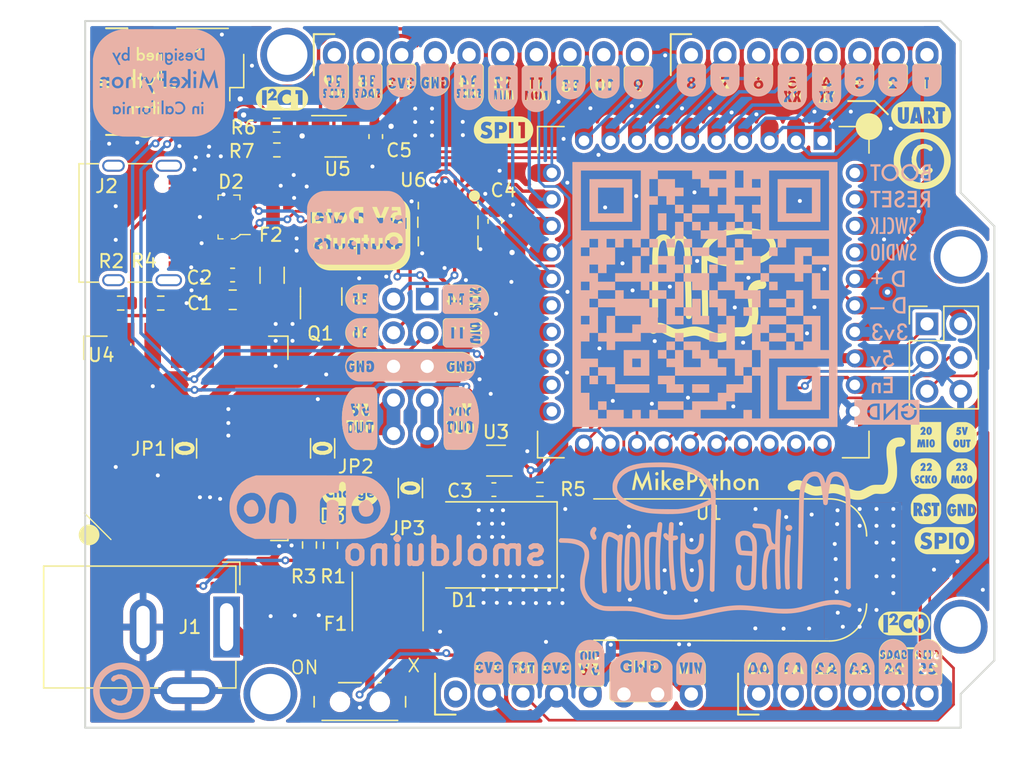
<source format=kicad_pcb>
(kicad_pcb (version 20211014) (generator pcbnew)
  (title_block (date "lun. 30 mars 2015"))
  (layers (0 "F.Cu" signal) (31 "B.Cu" signal) (34 "B.Paste" user) (35 "F.Paste" user) (36 "B.SilkS" user "B.Silkscreen") (37 "F.SilkS" user "F.Silkscreen") (38 "B.Mask" user) (39 "F.Mask" user) (44 "Edge.Cuts" user))
  (net 0 "")
  (net 1 "/Reset")
  (net 2 "GND")
  (net 3 "/A0")
  (net 4 "/A1")
  (net 5 "/A2")
  (net 6 "/A3")
  (net 7 "Net-(F2-Pad1)")
  (net 8 "+3V3")
  (net 12 "/DC_{In}")
  (net 13 "/USB-")
  (net 15 "/EN")
  (net 16 "/IO22")
  (net 20 "/USB+")
  (net 21 "/VIN")
  (net 22 "+5V")
  (net 23 "Net-(C1-Pad2)")
  (net 24 "/IO24")
  (net 25 "Net-(J2-PadA5)")
  (net 26 "V_{High}")
  (net 27 "/IO23")
  (net 28 "/CS1")
  (net 29 "/5V_SCK1")
  (net 30 "/5V_MOSI1")
  (net 31 "/IO25")
  (net 32 "/IO8")
  (net 33 "/IO19")
  (net 34 "/ChargeEnable")
  (net 35 "/IO20")
  (net 36 "/IO18")
  (net 37 "/IO11")
  (net 38 "/IO10")
  (net 39 "/IO7")
  (net 40 "/IO6")
  (net 41 "/IO4")
  (net 42 "/IO3")
  (net 43 "/IO5")
  (net 45 "Net-(J2-PadB5)")
  (net 47 "Net-(Q1-Pad1)")
  (net 48 "/NC_PinkLed")
  (net 49 "/IO2")
  (net 50 "/IO1")
  (net 51 "/IO14")
  (net 52 "SWDIO")
  (net 53 "/IO12")
  (net 54 "/IO9")
  (net 55 "/NC_NeoPixel")
  (net 56 "SWCLK")
  (net 58 "Net-(D3-Pad1)")
  (net 61 "V_{high_out}")
  (net 62 "V_{DC_out}")
  (net 63 "/IO15")
  (net 64 "/IO16")
  (net 65 "/5V_IO15")
  (net 66 "/5V_IO16")
  (net 68 "/VIN_{Fused}")
  (net 70 "Net-(U3-Pad4)")
  (footprint "MikeConnectorFootprints:Smolduino_bottom_left_1x08" (layer "F.Cu") (at 138.938 123.825)
    (fp_text reference "P6" hide)
    (fp_text value "Power")
  )
  (footprint "MikeConnectorFootprints:Smolduino_bottom_right_1x06" (layer "F.Cu") (at 161.798 123.825)
    (fp_text reference "P8" hide)
    (fp_text value "Analog")
  )
  (footprint "MikeConnectorFootprints:Smolduino_TopLeft_1x10" (layer "F.Cu") (at 129.794 75.565)
    (fp_text reference "P5" hide)
    (fp_text value "Digital")
  )
  (footprint "MikeConnectorFootprints:Smolduino_TopRight_1x08" (layer "F.Cu") (at 156.718 75.565)
    (fp_text reference "P7" hide)
    (fp_text value "Digital")
  )
  (footprint "Socket_Arduino_Uno:Arduino_1pin" (layer "F.Cu") (at 124.968 123.825)
    (fp_text reference "P1" hide)
    (fp_text value "CONN_01X01" hide)
  )
  (footprint "Socket_Arduino_Uno:Arduino_1pin" (layer "F.Cu") (at 177.038 118.745)
    (fp_text reference "P2" hide)
    (fp_text value "CONN_01X01" hide)
  )
  (footprint "Socket_Arduino_Uno:Arduino_1pin" (layer "F.Cu") (at 126.238 75.565)
    (fp_text reference "P3" hide)
    (fp_text value "CONN_01X01" hide)
  )
  (footprint "Socket_Arduino_Uno:Arduino_1pin" (layer "F.Cu") (at 177.038 90.805)
    (fp_text reference "P4" hide)
    (fp_text value "CONN_01X01" hide)
  )
  (footprint "Resistor_SMD:R_0603_1608Metric" (layer "F.Cu") (at 116.698 94.315 180)
    (fp_text reference "R4")
    (fp_text value "5.1k")
  )
  (footprint "Resistor_SMD:R_0603_1608Metric" (layer "F.Cu") (at 127.918 112.575 90)
    (fp_text reference "R3")
    (fp_text value "100k")
  )
  (footprint "Capacitor_SMD:C_0805_2012Metric" (layer "F.Cu") (at 122.128 94.065)
    (fp_text reference "C1")
    (fp_text value "10uF")
  )
  (footprint "MikePCBAs:AP62250smol_A" (layer "F.Cu") (at 149.368 110.617)
    (fp_text reference "U1")
    (fp_text value "AP62250smol_A")
  )
  (footprint "Connector_PinHeader_2.54mm:PinHeader_2x03_P2.54mm_Vertical" (layer "F.Cu") (at 174.498 95.885)
    (fp_text reference "J3" hide)
    (fp_text value "2x3 SPI Header")
  )
  (footprint "Resistor_SMD:R_0603_1608Metric" (layer "F.Cu") (at 129.508 112.6 -90)
    (fp_text reference "R1")
    (fp_text value "100k")
  )
  (footprint "MikeArtworkLib:MPSnekOnly_10x6mm" (layer "F.Cu") (at 168.76503 106.909771)
    (fp_text reference "ART3" hide)
    (fp_text value "MPSnekOnly10mm" hide)
  )
  (footprint "LOGO" (layer "F.Cu") (at 115.558 78.265 90)
    (fp_text reference "G***" hide)
    (fp_text value "LOGO" hide)
  )
  (footprint "MikeFootprintLib:E-Switch-TL3330AF260QG-MFG" (layer "F.Cu") (at 112.298 77.595 -90)
    (fp_text reference "SW2")
    (fp_text value "Reset" hide)
  )
  (footprint "LOGO" (layer "F.Cu") (at 130.998 108.645)
    (fp_text reference "G***" hide)
    (fp_text value "LOGO" hide)
  )
  (footprint "MikeArtworkLib:SPIHeader" (layer "F.Cu") (at 175.768 107.145)
    (fp_text reference "ART1" hide)
    (fp_text value "MPAnyArt" hide)
  )
  (footprint "LOGO" (layer "F.Cu") (at 125.838 79.085)
    (fp_text reference "G***" hide)
    (fp_text value "LOGO" hide)
  )
  (footprint "Connector_JST:JST_SH_SM04B-SRSS-TB_1x04-1MP_P1.00mm_Horizontal" (layer "F.Cu") (at 119.848 76.265 180)
    (fp_text reference "J5")
    (fp_text value "I^{2}C Connector")
  )
  (footprint "Button_Switch_SMD:SW_SPDT_PCM12" (layer "F.Cu") (at 131.718 124.084)
    (fp_text reference "SW1" hide)
    (fp_text value "Enable")
  )
  (footprint "Package_TO_SOT_SMD:SOT-23-5" (layer "F.Cu") (at 129.888 81.725)
    (fp_text reference "U5")
    (fp_text value "AT24CS02-STUM")
  )
  (footprint "MikeConnectorFootprints:smolduino_2x05_header" (layer "F.Cu") (at 136.799 94.01)
    (fp_text reference "J4" hide)
    (fp_text value "2x5 HV Outputs")
  )
  (footprint "Package_TO_SOT_SMD:SOT-23" (layer "F.Cu") (at 128.798 93.815 90)
    (fp_text reference "Q1")
    (fp_text value "AO3401A")
  )
  (footprint "MikePCBAs:Charj_smol_B" (layer "F.Cu") (at 114.192 111.511 90)
    (fp_text reference "U4")
    (fp_text value "Charj_smol")
  )
  (footprint "LED_SMD:LED_0603_1608Metric" (layer "F.Cu") (at 127.898 109.125 90)
    (fp_text reference "D3")
    (fp_text value "Charge")
  )
  (footprint "Resistor_SMD:R_0603_1608Metric" (layer "F.Cu") (at 113.678 94.315)
    (fp_text reference "R2")
    (fp_text value "5.1k")
  )
  (footprint "LOGO" (layer "F.Cu") (at 175.798 112.315)
    (fp_text reference "G***" hide)
    (fp_text value "LOGO" hide)
  )
  (footprint "MikeFootprintLib:74x125_Texas_S-PVQFN-N14" (layer "F.Cu") (at 138.378 88.213 -90)
    (fp_text reference "U6")
    (fp_text value "SN74AHCT125N")
  )
  (footprint "LOGO" (layer "F.Cu") (at 142.548 81.315)
    (fp_text reference "G***" hide)
    (fp_text value "LOGO" hide)
  )
  (footprint "MikeArtworkLib:5vDataOutputsLabel" (layer "F.Cu") (at 131.798 89.065)
    (fp_text reference "ART2" hide)
    (fp_text value "MPAnyArt" hide)
  )
  (footprint "Capacitor_SMD:C_0603_1608Metric" (layer "F.Cu") (at 122.118 92.195 180)
    (fp_text reference "C2")
    (fp_text value "100nF")
  )
  (footprint "Resistor_SMD:R_0603_1608Metric" (layer "F.Cu") (at 125.458 82.755)
    (fp_text reference "R7")
    (fp_text value "5.1k")
  )
  (footprint "Resistor_SMD:R_0603_1608Metric" (layer "F.Cu") (at 145.298 108.375 180)
    (fp_text reference "R5")
    (fp_text value "100k")
  )
  (footprint "LOGO" (layer "F.Cu") (at 157.010998 107.884494)
    (fp_text reference "G***" hide)
    (fp_text value "LOGO" hide)
  )
  (footprint "MikeFootprintLib:R_0OHM_1206_3216Metric" (layer "F.Cu") (at 128.908 105.275 90)
    (fp_text reference "JP2")
    (fp_text value "0")
  )
  (footprint "MikeFootprintLib:RevisionSymbol" (layer "F.Cu") (at 174.136 83.571)
    (fp_text reference "MISC2")
    (fp_text value "C")
  )
  (footprint "Package_TO_SOT_SMD:SOT-353_SC-70-5" (layer "F.Cu") (at 141.988 106.205 180)
    (fp_text reference "U3")
    (fp_text value "74AHCT1G04")
  )
  (footprint "LOGO" (layer "F.Cu") (at 174.048 80.188693)
    (fp_text reference "G***" hide)
    (fp_text value "LOGO" hide)
  )
  (footprint "Connector_BarrelJack:BarrelJack_GCT_DCJ200-10-A_Horizontal" (layer "F.Cu") (at 121.666 118.765001 -90)
    (fp_text reference "J1")
    (fp_text value "Barrel_Jack_Switch")
  )
  (footprint "Fuse:Fuse_1206_3216Metric" (layer "F.Cu") (at 125.098 92.214999 -90)
    (fp_text reference "F2")
    (fp_text value "1A")
  )
  (footprint "Capacitor_SMD:C_0603_1608Metric" (layer "F.Cu") (at 141.898 88.145 90)
    (fp_text reference "C4")
    (fp_text value "100nF")
  )
  (footprint "MikeConnectorFootprints:THT_4x10_smol_dual" (layer "F.Cu") (at 170.123 80.99 -90)
    (fp_text reference "U2" hide)
    (fp_text value "rp2040smol-c-unit")
  )
  (footprint "Fuse:Fuse_2920_7451Metric" (layer "F.Cu") (at 133.818 116.835 90)
    (fp_text reference "F1")
    (fp_text value "2A")
  )
  (footprint "Capacitor_SMD:C_0603_1608Metric" (layer "F.Cu") (at 141.828 108.395)
    (fp_text reference "C3")
    (fp_text value "100nF")
  )
  (footprint "LOGO" (layer "F.Cu") (at 172.780979 118.694625)
    (fp_text reference "G***" hide)
    (fp_text value "LOGO" hide)
  )
  (footprint "MikeArtworkLib:MPSquare_10mm" (layer "F.Cu") (at 157.898 92.965)
    (fp_text reference "ART5" hide)
    (fp_text value "MP10mm" hide)
  )
  (footprint "Capacitor_SMD:C_0603_1608Metric" (layer "F.Cu") (at 132.918 81.745 90)
    (fp_text reference "C5")
    (fp_text value "100nF")
  )
  (footprint "MikeConnectorFootprints:USB_C_Receptacle_Palconn_UTC16-G" (layer "F.Cu") (at 115.372999 88.265 -90)
    (fp_text reference "J2")
    (fp_text value "USB_C_Receptacle_USB2.0")
  )
  (footprint "digikey-footprints:SOT-23-3" (layer "F.Cu") (at 121.848 87.815 180)
    (fp_text reference "D2")
    (fp_text value "PESD2USB5UX")
  )
  (footprint "MikeFootprintLib:R_0OHM_1206_3216Metric" (layer "F.Cu") (at 135.528 108.2745 90)
    (fp_text reference "JP3")
    (fp_text value "0")
  )
  (footprint "MikeFootprintLib:R_0OHM_1206_3216Metric" (layer "F.Cu") (at 118.491 105.283 -90)
    (fp_text reference "JP1")
    (fp_text value "0 DNP")
  )
  (footprint "Resistor_SMD:R_0603_1608Metric" (layer "F.Cu") (at 125.438 80.885)
    (fp_text reference "R6")
    (fp_text value "5.1k")
  )
  (footprint "Diode_SMD:D_SMC" (layer "F.Cu") (at 141.798 112.565 180)
    (fp_text reference "D1")
    (fp_text value "B340")
  )
  (footprint "MikeArtworkLib:MikePythons_22x12" (layer "B.Cu") (at 159.201523 114.005885 180)
    (fp_text reference "ART6" hide)
    (fp_text value "MikePythons_40x21" hide)
  )
  (footprint "LOGO" (layer "B.Cu") (at 171.468 102.595 180)
    (fp_text reference "G***" hide)
    (fp_text value "LOGO" hide)
  )
  (footprint "MikeArtworkLib:smolduinoQR" (layer "B.Cu") (at 157.748 93.665 180)
    (fp_text reference "ART8" hide)
    (fp_text value "MPAnyArt" hide)
  )
  (footprint "LOGO" (layer "B.Cu") (at 116.558 77.685 180)
    (fp_text reference "G***" hide)
    (fp_text value "LOGO" hide)
  )
  (footprint "LOGO" (layer "B.Cu") (at 172.564375 92.616948 180)
    (fp_text reference "G***" hide)
    (fp_text value "LOGO" hide)
  )
  (footprint "MikeFootprintLib:RevisionSymbol" (layer "B.Cu") (at 113.748 123.605 180)
    (fp_text reference "MISC1")
    (fp_text value "C")
  )
  (footprint "MikeArtworkLib:ohno" (layer "B.Cu") (at 127.958 109.655 180)
    (fp_text reference "ART7" hide)
    (fp_text value "ohno" hide)
  )
  (footprint "MikeArtworkLib:5vDataOutputsLabel" (layer "B.Cu") (at 131.458 88.635 180)
    (fp_text reference "ART4" hide)
    (fp_text value "MPAnyArt" hide)
  )
  (gr_line (start 131.718 104.78) (end 132.353 104.78) (layer "F.SilkS") (width 0.15))
  (gr_line (start 131.718 104.145) (end 131.718 104.78) (layer "F.SilkS") (width 0.15))
  (gr_line (start 171.398 120.365) (end 174.951 120.365) (layer "F.SilkS") (width 0.15))
  (gr_line (start 151.13 121.285) (end 151.13 121.793) (layer "F.SilkS") (width 0.15))
  (gr_line (start 154.686 121.285) (end 154.686 121.793) (layer "F.SilkS") (width 0.15))
  (gr_line (start 139.338 104.78) (end 138.703 104.78) (layer "F.SilkS") (width 0.15))
  (gr_line (start 131.718 100.97) (end 132.353 100.97) (layer "F.SilkS") (width 0.15))
  (gr_line (start 131.718 101.605) (end 131.718 100.97) (layer "F.SilkS") (width 0.15))
  (gr_line (start 170.548 79.065) (end 171.548 80.065) (layer "F.SilkS") (width 0.15))
  (gr_line (start 139.338 104.145) (end 139.338 104.78) (layer "F.SilkS") (width 0.15))
  (gr_line (start 138.703 100.97) (end 139.338 100.97) (layer "F.SilkS") (width 0.15))
  (gr_line (start 168.548 79.065) (end 170.548 79.065) (layer "F.SilkS") (width 0.15))
  (gr_line (start 139.338 100.97) (end 139.338 101.605) (layer "F.SilkS") (width 0.15))
  (gr_line (start 179.578 88.519) (end 177.038 85.979) (layer "Edge.Cuts") (width 0.15))
  (gr_line (start 177.038 126.365) (end 177.038 123.825) (layer "Edge.Cuts") (width 0.15))
  (gr_line (start 177.038 74.549) (end 175.514 73.025) (layer "Edge.Cuts") (width 0.15))
  (gr_line (start 177.038 123.825) (end 179.578 121.285) (layer "Edge.Cuts") (width 0.15))
  (gr_line (start 110.998 73.025) (end 110.998 126.365) (layer "Edge.Cuts") (width 0.15))
  (gr_line (start 179.578 121.285) (end 179.578 88.519) (layer "Edge.Cuts") (width 0.15))
  (gr_line (start 110.998 126.365) (end 177.038 126.365) (layer "Edge.Cuts") (width 0.15))
  (gr_line (start 175.514 73.025) (end 110.998 73.025) (layer "Edge.Cuts") (width 0.15))
  (gr_line (start 177.038 85.979) (end 177.038 74.549) (layer "Edge.Cuts") (width 0.15))
  (gr_text "smolduino" (at 138.108 113.065) (layer "B.SilkS") (effects (font (size 2 2) (thickness 0.4)) (justify mirror)))
  (gr_text "X" (at 135.782 121.671) (layer "F.SilkS") (effects (font (size 1 1) (thickness 0.125))))
  (gr_text "ON" (at 127.548 121.815) (layer "F.SilkS") (effects (font (size 1 1) (thickness 0.125))))
  (segment (start 176.070267 106.401733) (end 176.070267 115.037733) (width 0.2032) (layer "F.Cu") (net 1))
  (segment (start 121.8439 76.215) (end 114.403 76.215) (width 0.254) (layer "F.Cu") (net 1))
  (segment (start 175.998 82.725) (end 175.998 77.365) (width 0.25) (layer "F.Cu") (net 1))
  (segment (start 128.60068 76.542285) (end 127.200915 77.94205) (width 0.254) (layer "F.Cu") (net 1))
  (segment (start 178.998 103.474) (end 176.070267 106.401733) (width 0.2032) (layer "F.Cu") (net 1))
  (segment (start 173.998 90.365) (end 173.998 91.069044) (width 0.2032) (layer "F.Cu") (net 1))
  (segment (start 127.200915 77.94205) (end 123.57095 77.94205) (width 0.254) (layer "F.Cu") (net 1))
  (segment (start 175.31668 125.79632) (end 145.98932 125.79632) (width 0.2032) (layer "F.Cu") (net 1))
  (segment (start 168.868 86.465) (end 170.098 86.465) (width 0.2032) (layer "F.Cu") (net 1))
  (segment (start 176.498 121.865) (end 176.498 124.615) (width 0.2032) (layer "F.Cu") (net 1))
  (segment (start 176.070267 115.037733) (end 174.701689 116.406311) (width 0.2032) (layer "F.Cu") (net 1))
  (segment (start 168.868 86.465) (end 172.258 86.465) (width 0.25) (layer "F.Cu") (net 1))
  (segment (start 170.378711 86.49) (end 169.048 86.49) (width 0.254) (layer "F.Cu") (net 1))
  (segment (start 174.94132 73.615) (end 129.903991 73.615) (width 0.254) (layer "F.Cu") (net 1))
  (segment (start 145.98932 125.79632) (end 144.018 123.825) (width 0.2032) (layer "F.Cu") (net 1))
  (segment (start 170.098 86.465) (end 173.998 90.365) (width 0.2032) (layer "F.Cu") (net 1))
  (segment (start 174.701689 116.406311) (end 174.701689 120.068689) (width 0.2032) (layer "F.Cu") (net 1))
  (segment (start 168.893 86.49) (end 170.123 86.49) (width 0.2032) (layer "F.Cu") (net 1))
  (segment (start 174.498 100.965) (end 175.652311 99.810689) (width 0.2032) (layer "F.Cu") (net 1))
  (segment (start 114.403 76.215) (end 113.683 75.495) (width 0.254) (layer "F.Cu") (net 1))
  (segment (start 175.998 74.67168) (end 174.94132 73.615) (width 0.254) (layer "F.Cu") (net 1))
  (segment (start 168.868 86.465) (end 168.893 86.49) (width 0.2032) (layer "F.Cu") (net 1))
  (segment (start 178.998 96.069044) (end 178.998 98.865) (width 0.2032) (layer "F.Cu") (net 1))
  (segment (start 175.652311 99.810689) (end 178.052311 99.810689) (width 0.2032) (layer "F.Cu") (net 1))
  (segment (start 123.57095 77.94205) (end 121.8439 76.215) (width 0.254) (layer "F.Cu") (net 1))
  (segment (start 129.903991 73.615) (end 128.60068 74.918311) (width 0.254) (layer "F.Cu") (net 1))
  (segment (start 178.052311 99.810689) (end 178.998 98.865) (width 0.2032) (layer "F.Cu") (net 1))
  (segment (start 173.998 91.069044) (end 178.998 96.069044) (width 0.2032) (layer "F.Cu") (net 1))
  (segment (start 174.701689 120.068689) (end 176.498 121.865) (width 0.2032) (layer "F.Cu") (net 1))
  (segment (start 175.998 77.365) (end 175.998 74.67168) (width 0.254) (layer "F.Cu") (net 1))
  (segment (start 172.258 86.465) (end 175.998 82.725) (width 0.25) (layer "F.Cu") (net 1))
  (segment (start 178.998 98.865) (end 178.998 103.474) (width 0.2032) (layer "F.Cu") (net 1))
  (segment (start 128.60068 74.918311) (end 128.60068 76.542285) (width 0.254) (layer "F.Cu") (net 1))
  (segment (start 176.498 124.615) (end 175.31668 125.79632) (width 0.2032) (layer "F.Cu") (net 1))
  (segment (start 138.378 86.488) (end 138.378 85.515) (width 0.25) (layer "F.Cu") (net 2))
  (segment (start 144.34684 105.49616) (end 144.288 105.555) (width 0.3048) (layer "F.Cu") (net 2))
  (segment (start 120.192 109.194) (end 120.192 111.511) (width 1.016) (layer "F.Cu") (net 2))
  (segment (start 127.363689 81.679311) (end 127.408 81.635) (width 0.25) (layer "F.Cu") (net 2))
  (segment (start 142.723 87.37) (end 143.078 87.725) (width 0.508) (layer "F.Cu") (net 2))
  (segment (start 132.918 80.97) (end 134.073 80.97) (width 0.508) (layer "F.Cu") (net 2))
  (segment (start 119.796095 92.571905) (end 119.53919 92.315) (width 1.016) (layer "F.Cu") (net 2))
  (segment (start 119.904905 92.571905) (end 119.796095 92.571905) (width 1.016) (layer "F.Cu") (net 2))
  (segment (start 119.653 109.62) (end 119.653 108.971) (width 1.016) (layer "F.Cu") (net 2))
  (segment (start 121.198 93.865) (end 119.904905 92.571905) (width 1.016) (layer "F.Cu") (net 2))
  (segment (start 127.363689 81.698737) (end 127.363689 81.679311) (width 0.25) (layer "F.Cu") (net 2))
  (segment (start 117.882999 91.465) (end 118.973 91.465) (width 0.508) (layer "F.Cu") (net 2))
  (segment (start 120.415 108.971) (end 120.192 109.194) (width 1.016) (layer "F.Cu") (net 2))
  (segment (start 118.783 84.48) (end 119.028 84.235) (width 0.508) (layer "F.Cu") (net 2))
  (segment (start 141.178 86.065) (end 140.798 86.065) (width 0.254) (layer "F.Cu") (net 2))
  (segment (start 140.748 100.065) (end 139.773 99.09) (width 1.016) (layer "F.Cu") (net 2))
  (segment (start 119.978 110.019) (end 120.904 109.093) (width 1.016) (layer "F.Cu") (net 2))
  (segment (start 135.618266 86.635266) (end 135.825266 86.635266) (width 0.254) (layer "F.Cu") (net 2))
  (segment (start 128.548 101.565) (end 127.558 101.565) (width 0.762) (layer "F.Cu") (net 2))
  (segment (start 125.013 103.365) (end 121.798 103.365) (width 0.508) (layer "F.Cu") (net 2))
  (segment (start 119.248 84.235) (end 119.248 83.41) (width 0.508) (layer "F.Cu") (net 2))
  (segment (start 119.248 83.41) (end 119.348 83.31) (width 0.508) (layer "F.Cu") (net 2))
  (segment (start 121.343 93.835) (end 121.373 93.865) (width 1.016) (layer "F.Cu") (net 2))
  (segment (start 121.228 83.235) (end 121.153 83.31) (width 0.508) (layer "F.Cu") (net 2))
  (segment (start 116.092 100.584) (end 116.097 100.589) (width 1.016) (layer "F.Cu") (net 2))
  (segment (start 125.153 103.34) (end 121.823 103.34) (width 0.762) (layer "F.Cu") (net 2))
  (segment (start 144.288 105.555) (end 142.938 105.555) (width 0.3048) (layer "F.Cu") (net 2))
  (segment (start 119.978 109.945) (end 119.653 109.62) (width 1.016) (layer "F.Cu") (net 2))
  (segment (start 141.898 87.37) (end 142.723 87.37) (width 0.508) (layer "F.Cu") (net 2))
  (segment (start 127.363689 81.698737) (end 128.724237 81.698737) (width 0.508) (layer "F.Cu") (net 2))
  (segment (start 118.886719 84.376281) (end 118.783 84.48) (width 0.762) (layer "F.Cu") (net 2))
  (segment (start 121.223 92.315) (end 121.343 92.195) (width 1.016) (layer "F.Cu") (net 2))
  (segment (start 119.53919 92.315) (end 118.918595 91.694405) (width 1.016) (layer "F.Cu") (net 2))
  (segment (start 121.988 78.905) (end 121.348 78.265) (width 0.508) (layer "F.Cu") (net 2))
  (segment (start 120.798 87.815) (end 119.682714 87.815) (width 1.016) (layer "F.Cu") (net 2))
  (segment (start 121.823 103.34) (end 121.798 103.365) (width 0.762) (layer "F.Cu") (net 2))
  (segment (start 119.028 84.235) (end 119.248 84.235) (width 0.508) (layer "F.Cu") (net 2))
  (segment (start 121.373 93.865) (end 118.973 91.465) (width 0.508) (layer "F.Cu") (net 2))
  (segment (start 140.23 86.633) (end 140.23 87.463) (width 0.254) (layer "F.Cu") (net 2))
  (segment (start 139.773 99.09) (end 136.799 99.09) (width 1.016) (layer "F.Cu") (net 2))
  (segment (start 118.998 91.615) (end 118.848 91.465) (width 0.508) (layer "F.Cu") (net 2))
  (segment (start 118.198 85.065) (end 118.783 84.48) (width 0.508) (layer "F.Cu") (net 2))
  (segment (start 127.558 101.565) (end 125.783 103.34) (width 0.762) (layer "F.Cu") (net 2))
  (segment (start 121.343 92.195) (end 121.343 93.835) (width 1.016) (layer "F.Cu") (net 2))
  (segment (start 120.798 87.815) (end 119.648 87.815) (width 0.508) (layer "F.Cu") (net 2))
  (segment (start 134.259 99.09) (end 136.799 99.09) (width 1.016) (layer "F.Cu") (net 2))
  (segment (start 137.878 89.938) (end 137.878 91.085) (width 0.25) (layer "F.Cu") (net 2))
  (segment (start 117.523 94.315) (end 118.648 94.315) (width 0.508) (layer "F.Cu") (net 2))
  (segment (start 122.698 78.905) (end 121.988 78.905) (width 0.508) (layer "F.Cu") (net 2))
  (segment (start 120.904 109.093) (end 121.177 109.093) (width 1.016) (layer "F.Cu") (net 2))
  (segment (start 140.798 86.065) (end 140.23 86.633) (width 0.254) (layer "F.Cu") (net 2))
  (segment (start 121.153 83.31) (end 119.348 83.31) (width 0.508) (layer "F.Cu") (net 2))
  (segment (start 116.092 97.5105) (end 116.092 100.584) (width 1.016) (layer "F.Cu") (net 2))
  (segment (start 119.53919 92.315) (end 121.223 92.315) (width 1.016) (layer "F.Cu") (net 2))
  (segment (start 119.682714 87.815) (end 119.665357 87.797643) (width 1.016) (layer "F.Cu") (net 2))
  (segment (start 121.373 93.865) (end 121.198 93.865) (width 1.016) (layer "F.Cu") (net 2))
  (via (at 141.688 111.965) (size 0.6) (drill 0.3) (layers "F.Cu" "B.Cu") (net 2))
  (via (at 150.798 101.695) (size 0.6) (drill 0.3) (layers "F.Cu" "B.Cu") (net 2))
  (via (at 128.548 101.565) (size 0.6) (drill 0.3) (layers "F.Cu" "B.Cu") (net 2))
  (via (at 144.048 115.956) (size 0.6) (drill 0.3) (layers "F.Cu" "B.Cu") (net 2))
  (via (at 152.018 111.185) (size 0.6) (drill 0.3) (layers "F.Cu" "B.Cu") (net 2))
  (via (at 143.078 87.725) (size 0.6) (drill 0.3) (layers "F.Cu" "B.Cu") (net 2))
  (via (at 121.177 109.093) (size 0.6) (drill 0.3) (layers "F.Cu" "B.Cu") (net 2))
  (via (at 146.998 115.956) (size 0.6) (drill 0.3) (layers "F.Cu" "B.Cu") (net 2))
  (via (at 152.288 93.355) (size 0.6) (drill 0.3) (layers "F.Cu" "B.Cu") (net 2))
  (via (at 178.708 115.956) (size 0.6) (drill 0.3) (layers "F.Cu" "B.Cu") (net 2))
  (via (at 165.798 110.275) (size 0.6) (drill 0.3) (layers "F.Cu" "B.Cu") (net 2))
  (via (at 132.668 84.005) (size 0.6) (drill 0.3) (layers "F.Cu" "B.Cu") (net 2))
  (via (at 141.048 116.935) (size 0.6) (drill 0.3) (layers "F.Cu" "B.Cu") (net 2))
  (via (at 157.068 116.765) (size 0.6) (drill 0.3) (layers "F.Cu" "B.Cu") (net 2))
  (via (at 152.228 79.445) (size 0.6) (drill 0.3) (layers "F.Cu" "B.Cu") (net 2))
  (via (at 136.417 90.556) (size 0.6) (drill 0.3) (layers "F.Cu" "B.Cu") (net 2))
  (via (at 137.16 80.645) (size 0.6) (drill 0.3) (layers "F.Cu" "B.Cu") (net 2))
  (via (at 126.758 86.375) (size 0.6) (drill 0.3) (layers "F.Cu" "B.Cu") (net 2))
  (via (at 154.748 75.615) (size 0.6) (drill 0.3) (layers "F.Cu" "B.Cu") (net 2))
  (via (at 124.988 117.945) (size 0.6) (drill 0.3) (layers "F.Cu" "B.Cu") (net 2))
  (via (at 142.518 109.949) (size 0.6) (drill 0.3) (layers "F.Cu" "B.Cu") (net 2))
  (via (at 142.518 111.965) (size 0.6) (drill 0.3) (layers "F.Cu" "B.Cu") (net 2))
  (via (at 171.258 89.505) (size 0.6) (drill 0.3) (layers "F.Cu" "B.Cu") (net 2))
  (via (at 135.618266 86.635266) (size 0.6) (drill 0.3) (layers "F.Cu" "B.Cu") (net 2))
  (via (at 135.89 79.629) (size 0.6) (drill 0.3) (layers "F.Cu" "B.Cu") (net 2))
  (via (at 169.418 109.855) (size 0.6) (drill 0.3) (layers "F.Cu" "B.Cu") (net 2))
  (via (at 156.758 114.475) (size 0.6) (drill 0.3) (layers "F.Cu" "B.Cu") (net 2))
  (via (at 135.89 80.645) (size 0.6) (drill 0.3) (layers "F.Cu" "B.Cu") (net 2))
  (via (at 147.348 99.555) (size 0.6) (drill 0.3) (layers "F.Cu" "B.Cu") (net 2))
  (via (at 144.998 114.94) (size 0.6) (drill 0.3) (layers "F.Cu" "B.Cu") (net 2))
  (via (at 116.097 100.589) (size 0.6) (drill 0.3) (layers "F.Cu" "B.Cu") (net 2))
  (via (at 169.418 111.125) (size 0.6) (drill 0.3) (layers "F.Cu" "B.Cu") (net 2))
  (via (at 133.708989 92.315) (size 0.6) (drill 0.3) (layers "F.Cu" "B.Cu") (net 2))
  (via (at 119.78 89.794) (size 0.6) (drill 0.3) (layers "F.Cu" "B.Cu") (net 2))
  (via (at 127.708 85.515) (size 0.6) (drill 0.3) (layers "F.Cu" "B.Cu") (net 2))
  (via (at 149.718 83.125) (size 0.6) (drill 0.3) (layers "F.Cu" "B.Cu") (net 2))
  (via (at 144.998 115.956) (size 0.6) (drill 0.3) (layers "F.Cu" "B.Cu") (net 2))
  (via (at 171.958 114.935) (size 0.6) (drill 0.3) (layers "F.Cu" "B.Cu") (net 2))
  (via (at 161.628 80.068616) (size 0.6) (drill 0.3) (layers "F.Cu" "B.Cu") (net 2))
  (via (at 140.688 110.965) (size 0.6) (drill 0.3) (layers "F.Cu" "B.Cu") (net 2))
  (via (at 152.568 86.235) (size 0.6) (drill 0.3) (layers "F.Cu" "B.Cu") (net 2))
  (via (at 140.748 100.065) (size 0.6) (drill 0.3) (layers "F.Cu" "B.Cu") (net 2))
  (via (at 156.958 85.955) (size 0.6) (drill 0.3) (layers "F.Cu" "B.Cu") (net 2))
  (via (at 153.958 97.185) (size 0.6) (drill 0.3) (layers "F.Cu" "B.Cu") (net 2))
  (via (at 160.628 97.295) (size 0.6) (drill 0.3) (layers "F.Cu" "B.Cu") (net 2))
  (via (at 153.743382 101.910382) (size 0.6) (drill 0.3) (layers "F.Cu" "B.Cu") (net 2))
  (via (at 140.688 109.949) (size 0.6) (drill 0.3) (layers "F.Cu" "B.Cu") (net 2))
  (via (at 118.648 94.315) (size 0.6) (drill 0.3) (layers "F.Cu" "B.Cu") (net 2))
  (via (at 154.168 79.485) (size 0.6) (drill 0.3) (layers "F.Cu" "B.Cu") (net 2))
  (via (at 149.1072 79.6086) (size 0.6) (drill 0.3) (layers "F.Cu" "B.Cu") (net 2))
  (via (at 176.798 113.815) (size 0.6) (drill 0.3) (layers "F.Cu" "B.Cu") (net 2))
  (via (at 167.608 113.635) (size 0.6) (drill 0.3) (layers "F.Cu" "B.Cu") (net 2))
  (via (at 121.798 102.315) (size 0.6) (drill 0.3) (layers "F.Cu" "B.Cu") (net 2))
  (via (at 143.048 115.956) (size 0.6) (drill 0.3) (layers "F.Cu" "B.Cu") (net 2))
  (via (at 156.548 120.085) (size 0.6) (drill 0.3) (layers "F.Cu" "B.Cu") (net 2))
  (via (at 139.714774 92.578226) (size 0.6) (drill 0.3) (layers "F.Cu" "B.Cu") (net 2))
  (via (at 123.578 76.395) (size 0.6) (drill 0.3) (layers "F.Cu" "B.Cu") (net 2))
  (via (at 119.348 83.31) (size 0.6) (drill 0.3) (layers "F.Cu" "B.Cu") (net 2))
  (via (at 144.998 116.956) (size 0.6) (drill 0.3) (layers "F.Cu" "B.Cu") (net 2))
  (via (at 147.085 81.92) (size 0.6) (drill 0.3) (layers "F.Cu" "B.Cu") (net 2))
  (via (at 170.688 109.855) (size 0.6) (drill 0.3) (layers "F.Cu" "B.Cu") (net 2))
  (via (at 164.908 86.605) (size 0.6) (drill 0.3) (layers "F.Cu" "B.Cu") (net 2))
  (via (at 171.958 116.205) (size 0.6) (drill 0.3) (layers "F.Cu" "B.Cu") (net 2))
  (via (at 122.698 78.905) (size 0.8) (drill 0.4) (layers "F.Cu" "B.Cu") (net 2))
  (via (at 125.748 85.455) (size 0.6) (drill 0.3) (layers "F.Cu" "B.Cu") (net 2))
  (via (at 163.678 118.885) (size 0.6) (drill 0.3) (layers "F.Cu" "B.Cu") (net 2))
  (via (at 142.048 115.935) (size 0.6) (drill 0.3) (layers "F.Cu" "B.Cu") (net 2))
  (via (at 144.048 116.956) (size 0.6) (drill 0.3) (layers "F.Cu" "B.Cu") (net 2))
  (via (at 120.288 83.19) (size 0.6) (drill 0.3) (layers "F.Cu" "B.Cu") (net 2))
  (via (at 149.788 97.735) (size 0.6) (drill 0.3) (layers "F.Cu" "B.Cu") (net 2))
  (via (at 170.688 117.475) (size 0.6) (drill 0.3) (layers "F.Cu" "B.Cu") (net 2))
  (via (at 120.415 108.971) (size 0.6) (drill 0.3) (layers "F.Cu" "B.Cu") (net 2))
  (via (at 167.638 115.165) (size 0.6) (drill 0.3) (layers "F.Cu" "B.Cu") (net 2))
  (via (at 142.048 116.935) (size 0.6) (drill 0.3) (layers "F.Cu" "B.Cu") (net 2))
  (via (at 157.158 91.135) (size 0.6) (drill 0.3) (layers "F.Cu" "B.Cu") (net 2))
  (via (at 147.378 93.465) (size 0.6) (drill 0.3) (layers "F.Cu" "B.Cu") (net 2))
  (via (at 119.018 93.35) (size 0.6) (drill 0.3) (layers "F.Cu" "B.Cu") (net 2))
  (via (at 142.048 114.919) (size 0.6) (drill 0.3) (layers "F.Cu" "B.Cu") (net 2))
  (via (at 126.948 89.435) (size 0.6) (drill 0.3) (layers "F.Cu" "B.Cu") (net 2))
  (via (at 121.228 83.235) (size 0.6) (drill 0.3) (layers "F.Cu" "B.Cu") (net 2))
  (via (at 159.888 102.115) (size 0.6) (drill 0.3) (layers "F.Cu" "B.Cu") (net 2))
  (via (at 167.538 112.495) (size 0.6) (drill 0.3) (layers "F.Cu" "B.Cu") (net 2))
  (via (at 118.108 82.465) (size 0.6) (drill 0.3) (layers "F.Cu" "B.Cu") (net 2))
  (via (at 146.998 114.94) (size 0.6) (drill 0.3) (layers "F.Cu" "B.Cu") (net 2))
  (via (at 163.878 110.465) (size 0.6) (drill 0.3) (layers "F.Cu" "B.Cu") (net 2))
  (via (at 154.758 116.165) (size 0.6) (drill 0.3) (layers "F.Cu" "B.Cu") (net 2))
  (via (at 166.008 94.62) (size 0.6) (drill 0.3) (layers "F.Cu" "B.Cu") (net 2))
  (via (at 147.212 109.86) (size 0.6) (drill 0.3) (layers "F.Cu" "B.Cu") (net 2))
  (via (at 156.728 112.195) (size 0.6) (drill 0.3) (layers "F.Cu" "B.Cu") (net 2))
  (via (at 137.768 119.115) (size 0.6) (drill 0.3) (layers "F.Cu" "B.Cu") (net 2))
  (via (at 161.563 109.86) (size 0.6) (drill 0.3) (layers "F.Cu" "B.Cu") (net 2))
  (via (at 169.418 118.745) (size 0.6) (drill 0.3) (layers "F.Cu" "B.Cu") (net 2))
  (via (at 159.998 94.645) (size 0.6) (drill 0.3) (layers "F.Cu" "B.Cu") (net 2))
  (via (at 145.998 114.94) (size 0.6) (drill 0.3) (layers "F.Cu" "B.Cu") (net 2))
  (via (at 145.998 115.956) (size 0.6) (drill 0.3) (layers "F.Cu" "B.Cu") (net 2))
  (via (at 151.528 91.315) (size 0.6) (drill 0.3) (layers "F.Cu" "B.Cu") (net 2))
  (via (at 155.938 110.965) (size 0.6) (drill 0.3) (layers "F.Cu" "B.Cu") (net 2))
  (via (at 171.758 81.145) (size 0.6) (drill 0.3) (layers "F.Cu" "B.Cu") (net 2))
  (via (at 154.708 114.485) (size 0.6) (drill 0.3) (layers "F.Cu" "B.Cu") (net 2))
  (via (at 159.758 79.925) (size 0.6) (drill 0.3) (layers "F.Cu" "B.Cu") (net 2))
  (via (at 141.588 101.165) (size 0.6) (drill 0.3) (layers "F.Cu" "B.Cu") (net 2))
  (via (at 125.368 99.065) (size 0.6) (drill 0.3) (layers "F.Cu" "B.Cu") (net 2))
  (via (at 112.808 82.285) (size 0.6) (drill 0.3) (layers "F.Cu" "B.Cu") (net 2))
  (via (at 156.468 101.455) (size 0.6) (drill 0.3) (layers "F.Cu" "B.Cu") (net 2))
  (via (at 158.1112 79.6086) (size 0.6) (drill 0.3) (layers "F.Cu" "B.Cu") (net 2))
  (via (at 126.568 112.605) (size 0.6) (drill 0.3) (layers "F.Cu" "B.Cu") (net 2))
  (via (at 166.748 91.755) (size 0.6) (drill 0.3) (layers "F.Cu" "B.Cu") (net 2))
  (via (at 118.998 91.615) (size 0.6) (drill 0.3) (layers "F.Cu" "B.Cu") (net 2))
  (via (at 155.098 93.075) (size 0.6) (drill 0.3) (layers "F.Cu" "B.Cu") (net 2))
  (via (at 142.258 84.325) (size 0.6) (drill 0.3) (layers "F.Cu" "B.Cu") (net 2))
  (via (at 138.108 91.665) (size 0.6) (drill 0.3) (layers "F.Cu" "B.Cu") (net 2))
  (via (at 121.798 104.315) (size 0.6) (drill 0.3) (layers "F.Cu" "B.Cu") (net 2))
  (via (at 141.048 114.919) (size 0.6) (drill 0.3) (layers "F.Cu" "B.Cu") (net 2))
  (via (at 143.275 86.873) (size 0.6) (drill 0.3) (layers "F.Cu" "B.Cu") (net 2))
  (via (at 141.986 95.123) (size 0.6) (drill 0.3) (layers "F.Cu" "B.Cu") (net 2))
  (via (at 126.808 117.895) (size 0.6) (drill 0.3) (layers "F.Cu" "B.Cu") (net 2))
  (via (at 170.688 112.395) (size 0.6) (drill 0.3) (layers "F.Cu" "B.Cu") (net 2))
  (via (at 170.688 111.125) (size 0.6) (drill 0.3) (layers "F.Cu" "B.Cu") (net 2))
  (via (at 137.16 81.661) (size 0.6) (drill 0.3) (layers "F.Cu" "B.Cu") (net 2))
  (via (at 146.998 116.956) (size 0.6) (drill 0.3) (layers "F.Cu" "B.Cu") (net 2))
  (via (at 168.148 118.745) (size 0.6) (drill 0.3) (layers "F.Cu" "B.Cu") (net 2))
  (via (at 143.048 116.956) (size 0.6) (drill 0.3) (layers "F.Cu" "B.Cu") (net 2))
  (via (at 139.478 80.635) (size 0.6) (drill 0.3) (layers "F.Cu" "B.Cu") (net 2))
  (via (at 126.638 95.89) (size 0.6) (drill 0.3) (layers "F.Cu" "B.Cu") (net 2))
  (via (at 126.728 84.645) (size 0.6) (drill 0.3) (layers "F.Cu" "B.Cu") (net 2))
  (via (at 145.758 119.885) (size 0.6) (drill 0.3) (layers "F.Cu" "B.Cu") (net 2))
  (via (at 161.548 118.865) (size 0.6) (drill 0.3) (layers "F.Cu" "B.Cu") (net 2))
  (via (at 141.688 109.949) (size 0.6) (drill 0.3) (layers "F.Cu" "B.Cu") (net 2))
  (via (at 141.688 110.965) (size 0.6) (drill 0.3) (layers "F.Cu" "B.Cu") (net 2))
  (via (at 113.303 87) (size 0.6) (drill 0.3) (layers "F.Cu" "B.Cu") (net 2))
  (via (at 156.018 79.615) (size 0.6) (drill 0.3) (layers "F.Cu" "B.Cu") (net 2))
  (via (at 152.088 116.705) (size 0.6) (drill 0.3) (layers "F.Cu" "B.Cu") (net 2))
  (via (at 141.178 86.065) (size 0.6) (drill 0.3) (layers "F.Cu" "B.Cu") (net 2))
  (via (at 167.748 109.955) (size 0.6) (drill 0.3) (layers "F.Cu" "B.Cu") (net 2))
  (via (at 128.618 117.875) (size 0.6) (drill 0.3) (layers "F.Cu" "B.Cu") (net 2))
  (via (at 141.048 115.935) (size 0.6) (drill 0.3) (layers "F.Cu" "B.Cu") (net 2))
  (via (at 168.7512 79.8626) (size 0.6) (drill 0.3) (layers "F.Cu" "B.Cu") (net 2))
  (via (at 139.488 81.635) (size 0.6) (drill 0.3) (layers "F.Cu" "B.Cu") (net 2))
  (via (at 155.798 120.065) (size 0.6) (drill 0.3) (layers "F.Cu" "B.Cu") (net 2))
  (via (at 137.16 79.629) (size 0.6) (drill 0.3) (layers "F.Cu" "B.Cu") (net 2))
  (via (at 125.628 112.655) (size 0.6) (drill 0.3) (layers "F.Cu" "B.Cu") (net 2))
  (via (at 143.048 114.94) (size 0.6) (drill 0.3) (layers "F.Cu" "B.Cu") (net 2))
  (via (at 173.868 87.395) (size 0.6) (drill 0.3) (layers "F.Cu" "B.Cu") (net 2))
  (via (at 119.796095 92.571905) (size 0.6) (drill 0.3) (layers "F.Cu" "B.Cu") (net 2))
  (via (at 143.148 92.715) (size 0.6) (drill 0.3) (layers "F.Cu" "B.Cu") (net 2))
  (via (at 167.688 116.115) (size 0.6) (drill 0.3) (layers "F.Cu" "B.Cu") (net 2))
  (via (at 126.948 90.355) (size 0.6) (drill 0.3) (layers "F.Cu" "B.Cu") (net 2))
  (via (at 126.638 97.16) (size 0.6) (drill 0.3) (layers "F.Cu" "B.Cu") (net 2))
  (via (at 145.998 116.956) (size 0.6) (drill 0.3) (layers "F.Cu" "B.Cu") (net 2))
  (via (at 129.178 99.7) (size 0.6) (drill 0.3) (layers "F.Cu" "B.Cu") (net 2))
  (via (at 125.368 95.89) (size 0.6) (drill 0.3) (layers "F.Cu" "B.Cu") (net 2))
  (via (at 171.958 113.665) (size 0.6) (drill 0.3) (layers "F.Cu" "B.Cu") (net 2))
  (via (at 144.34684 105.49616) (size 0.6) (drill 0.3) (layers "F.Cu" "B.Cu") (net 2))
  (via (at 119.648 87.815) (size 0.6) (drill 0.3) (layers "F.Cu" "B.Cu") (net 2))
  (via (at 121.308 74.045) (size 0.6) (drill 0.3) (layers "F.Cu" "B.Cu") (net 2))
  (via (at 166.009466 79.864066) (size 0.6) (drill 0.3) (layers "F.Cu" "B.Cu") (net 2))
  (via (at 134.073 80.97) (size 0.8) (drill 0.4) (layers "F.Cu" "B.Cu") (net 2))
  (via (at 142.518 110.965) (size 0.6) (drill 0.3) (layers "F.Cu" "B.Cu") (net 2))
  (via (at 127.363689 81.698737) (size 0.8) (drill 0.4) (layers "F.Cu" "B.Cu") (net 2))
  (via (at 171.958 112.395) (size 0.6) (drill 0.3) (layers "F.Cu" "B.Cu") (net 2))
  (via (at 144.048 114.94) (size 0.6) (drill 0.3) (layers "F.Cu" "B.Cu") (net 2))
  (via (at 120.348 82.515) (size 0.6) (drill 0.3) (layers "F.Cu" "B.Cu") (net 2))
  (via (at 147.368 85.225) (size 0.6) (drill 0.3) (layers "F.Cu" "B.Cu") (net 2))
  (via (at 171.958 109.855) (size 0.6) (drill 0.3) (layers "F.Cu" "B.Cu") (net 2))
  (via (at 165.608 118.885) (size 0.6) (drill 0.3) (layers "F.Cu" "B.Cu") (net 2))
  (via (at 131.668 92.445) (size 0.6) (drill 0.3) (layers "F.Cu" "B.Cu") (net 2))
  (via (at 140.808 90.245) (size 0.6) (drill 0.3) (layers "F.Cu" "B.Cu") (net 2))
  (via (at 150.218 87.095) (size 0.6) (drill 0.3) (layers "F.Cu" "B.Cu") (net 2))
  (via (at 116.478 107.32) (size 0.6) (drill 0.3) (layers "F.Cu" "B.Cu") (net 2))
  (via (at 171.958 111.125) (size 0.6) (drill 0.3) (layers "F.Cu" "B.Cu") (net 2))
  (via (at 125.368 97.16) (size 0.6) (drill 0.3) (layers "F.Cu" "B.Cu") (net 2))
  (via (at 146.704 79.126) (size 0.6) (drill 0.3) (layers "F.Cu" "B.Cu") (net 2))
  (via (at 135.89 81.661) (size 0.6) (drill 0.3) (layers "F.Cu" "B.Cu") (net 2))
  (via (at 165.448 96.595) (size 0.6) (drill 0.3) (layers "F.Cu" "B.Cu") (net 2))
  (via (at 113.303 89.54) (size 0.6) (drill 0.3) (layers "F.Cu" "B.Cu") (net 2))
  (via (at 121.798 103.365) (size 0.6) (drill 0.3) (layers "F.Cu" "B.Cu") (net 2))
  (via (at 114.928 82.205) (size 0.6) (drill 0.3) (layers "F.Cu" "B.Cu") (net 2))
  (via (at 113.303 106.685) (size 0.6) (drill 0.3) (layers "F.Cu" "B.Cu") (net 2))
  (via (at 140.688 111.965) (size 0.6) (drill 0.3) (layers "F.Cu" "B.Cu") (net 2))
  (via (at 175.025 114.432) (size 0.6) (drill 0.3) (layers "F.Cu" "B.Cu") (net 2))
  (via (at 171.518 93.485) (size 0.8) (drill 0.4) (layers "F.Cu" "B.Cu") (net 2))
  (via (at 119.653 93.985) (size 0.6) (drill 0.3) (layers "F.Cu" "B.Cu") (net 2))
  (via (at 170.688 114.935) (size 0.6) (drill 0.3) (layers "F.Cu" "B.Cu") (net 2))
  (via (at 121.431 86.111) (size 0.6) (drill 0.3) (layers "F.Cu" "B.Cu") (net 2))
  (via (at 143.198 90.495) (size 0.8) (drill 0.4) (layers "F.Cu" "B.Cu") (net 2))
  (via (at 169.418 117.475) (size 0.6) (drill 0.3) (layers "F.Cu" "B.Cu") (net 2))
  (via (at 119.248 84.235) (size 0.6) (drill 0.3) (layers "F.Cu" "B.Cu") (net 2))
  (via (at 167.718 110.995) (size 0.6) (drill 0.3) (layers "F.Cu" "B.Cu") (net 2))
  (via (at 167.768 117.685) (size 0.6) (drill 0.3) (layers "F.Cu" "B.Cu") (net 2))
  (via (at 161.028 92.405) (size 0.6) (drill 0.3) (layers "F.Cu" "B.Cu") (net 2))
  (via (at 131.718 124.846) (size 0.6) (drill 0.3) (layers "F.Cu" "B.Cu") (net 2))
  (via (at 138.173655 85.121789) (size 0.6) (drill 0.3) (layers "F.Cu" "B.Cu") (net 2))
  (via (at 119.653 108.971) (size 0.6) (drill 0.3) (layers "F.Cu" "B.Cu") (net 2))
  (segment (start 177.038 100.965) (end 175.773 99.7) (width 0.2032) (layer "B.Cu") (net 2))
  (segment (start 147.366 93.477) (end 143.91 93.477) (width 0.2032) (layer "B.Cu") (net 2))
  (segment (start 175.773 99.7) (end 173.797058 99.7) (width 0.2032) (layer "B.Cu") (net 2))
  (segment (start 147.378 93.465) (end 147.366 93.477) (width 0.2032) (layer "B.Cu") (net 2))
  (segment (start 134.259 99.09) (end 138.975431 99.09) (width 1.016) (layer "B.Cu") (net 2))
  (segment (start 168.355311 91.510689) (end 170.006311 91.510689) (width 0.2032) (layer "B.Cu") (net 2))
  (segment (start 168.294 91.572) (end 168.355311 91.510689) (width 0.2032) (layer "B.Cu") (net 2))
  (segment (start 134.259 99.09) (end 129.788 99.09) (width 1.016) (layer "B.Cu") (net 2))
  (segment (start 138.975431 99.09) (end 139.498 99.612569) (width 1.016) (layer "B.Cu") (net 2))
  (segment (start 129.788 99.09) (end 129.178 99.7) (width 1.016) (layer "B.Cu") (net 2))
  (segment (start 171.007058 102.49) (end 169.048 102.49) (width 0.2032) (layer "B.Cu") (net 2))
  (segment (start 143.91 93.477) (end 143.148 92.715) (width 0.2032) (layer "B.Cu") (net 2))
  (segment (start 173.797058 99.7) (end 171.007058 102.49) (width 0.2032) (layer "B.Cu") (net 2))
  (segment (start 161.798 123.825) (end 160.293 122.32) (width 0.3048) (layer "F.Cu") (net 3))
  (segment (start 160.293 122.32) (end 160.293 106.286) (width 0.3048) (layer "F.Cu") (net 3))
  (segment (start 164.338 123.825) (end 164.338 122.795) (width 0.3048) (layer "F.Cu") (net 4))
  (segment (start 164.338 122.795) (end 162.833 121.29) (width 0.3048) (layer "F.Cu") (net 4))
  (segment (start 162.833 121.29) (end 162.833 104.928) (width 0.3048) (layer "F.Cu") (net 4))
  (segment (start 166.878 122.9925) (end 164.607 120.7215) (width 0.3048) (layer "F.Cu") (net 5))
  (segment (start 164.607 120.7215) (end 164.607 105.972) (width 0.3048) (layer "F.Cu") (net 5))
  (segment (start 169.418 122.9925) (end 166.643 120.2175) (width 0.3048) (layer "F.Cu") (net 6))
  (segment (start 166.643 120.2175) (end 166.643 106.008) (width 0.3048) (layer "F.Cu") (net 6))
  (segment (start 119.748 85.865) (end 120.248 85.365) (width 1.016) (layer "F.Cu") (net 7))
  (segment (start 120.645 84.968) (end 123.372422 84.968) (width 1.016) (layer "F.Cu") (net 7))
  (segment (start 124.098 85.365) (end 125.548 86.815) (width 0.254) (layer "F.Cu") (net 7))
  (segment (start 124.960712 90.677711) (end 119.445827 90.677711) (width 0.762) (layer "F.Cu") (net 7))
  (segment (start 123.372422 84.968) (end 125.158711 86.754289) (width 1.016) (layer "F.Cu") (net 7))
  (segment (start 125.048 91.365) (end 124.348 90.665) (width 0.254) (layer "F.Cu") (net 7))
  (segment (start 120.248 85.365) (end 120.645 84.968) (width 1.016) (layer "F.Cu") (net 7))
  (segment (start 117.882999 90.665) (end 124.948001 90.665) (width 0.508) (layer "F.Cu") (net 7))
  (segment (start 125.548 86.815) (end 125.548 90.865) (width 0.254) (layer "F.Cu") (net 7))
  (segment (start 124.348 90.665) (end 117.882999 90.665) (width 0.254) (layer "F.Cu") (net 7))
  (segment (start 125.548 90.865) (end 125.048 91.365) (width 0.254) (layer "F.Cu") (net 7))
  (segment (start 125.098 90.814999) (end 124.883281 90.60028) (width 1.016) (layer "F.Cu") (net 7))
  (segment (start 119.748 85.865) (end 117.882999 85.865) (width 0.254) (layer "F.Cu") (net 7))
  (segment (start 120.248 85.365) (end 124.098 85.365) (width 0.254) (layer "F.Cu") (net 7))
  (segment (start 125.158711 86.754289) (end 125.158711 90.754288) (width 1.016) (layer "F.Cu") (net 7))
  (segment (start 122.948 80.115) (end 122.948 80.441308) (width 0.25) (layer "F.Cu") (net 8))
  (segment (start 132.918 82.52) (end 133.734573 82.52) (width 0.508) (layer "F.Cu") (net 8))
  (segment (start 120.348 78.898031) (end 121.564969 80.115) (width 0.508) (layer "F.Cu") (net 8))
  (segment (start 125.433 81.715) (end 126.263 80.885) (width 0.25) (layer "F.Cu") (net 8))
  (segment (start 125.433 81.715) (end 125.433 81.79) (width 0.25) (layer "F.Cu") (net 8))
  (segment (start 121.564969 80.115) (end 122.948 80.115) (width 0.508) (layer "F.Cu") (net 8))
  (segment (start 120.348 78.265) (end 120.348 78.898031) (width 0.508) (layer "F.Cu") (net 8))
  (segment (start 124.221692 81.715) (end 125.433 81.715) (width 0.25) (layer "F.Cu") (net 8))
  (segment (start 125.768 82.125) (end 125.768 82.24) (width 0.25) (layer "F.Cu") (net 8))
  (segment (start 125.768 82.24) (end 126.283 82.755) (width 0.25) (layer "F.Cu") (net 8))
  (segment (start 133.734573 82.52) (end 134.968 81.286573) (width 0.508) (layer "F.Cu") (net 8))
  (segment (start 125.433 81.79) (end 125.768 82.125) (width 0.25) (layer "F.Cu") (net 8))
  (segment (start 131.0255 82.675) (end 132.763 82.675) (width 0.508) (layer "F.Cu") (net 8))
  (segment (start 122.948 80.441308) (end 124.221692 81.715) (width 0.25) (layer "F.Cu") (net 8))
  (segment (start 134.968 81.286573) (end 134.968 75.659) (width 0.508) (layer "F.Cu") (net 8))
  (via (at 122.948 80.115) (size 0.8) (drill 0.4) (layers "F.Cu" "B.Cu") (net 8))
  (segment (start 175.097499 125.42472) (end 175.998 124.524219) (width 0.762) (layer "B.Cu") (net 8))
  (segment (start 134.874 75.565) (end 134.874 77.851) (width 1.016) (layer "B.Cu") (net 8))
  (segment (start 178.748 94.615) (end 177.748 93.615) (width 0.762) (layer "B.Cu") (net 8))
  (segment (start 136.47372 73.96528) (end 134.874 75.565) (width 0.762) (layer "B.Cu") (net 8))
  (segment (start 174.422289 121.55007) (end 174.422289 117.661536) (width 0.762) (layer "B.Cu") (net 8))
  (segment (start 177.748 93.615) (end 173.363 93.615) (width 0.762) (layer "B.Cu") (net 8))
  (segment (start 146.558 123.825) (end 148.15772 125.42472) (width 0.762) (layer "B.Cu") (net 8))
  (segment (start 132.61 80.115) (end 134.874 77.851) (width 1.016) (layer "B.Cu") (net 8))
  (segment (start 148.15772 125.42472) (end 175.097499 125.42472) (width 0.762) (layer "B.Cu") (net 8))
  (segment (start 122.948 80.115) (end 132.61 80.115) (width 1.016) (layer "B.Cu") (net 8))
  (segment (start 141.478 123.635) (end 143.26772 125.42472) (width 0.762) (layer "B.Cu") (net 8))
  (segment (start 175.998 124.524219) (end 175.998 123.125781) (width 0.762) (layer "B.Cu") (net 8))
  (segment (start 178.748 113.335825) (end 178.748 94.615) (width 0.762) (layer "B.Cu") (net 8))
  (segment (start 143.26772 125.42472) (end 144.95828 125.42472) (width 0.762) (layer "B.Cu") (net 8))
  (segment (start 174.422289 117.661536) (end 178.748 113.335825) (width 0.762) (layer "B.Cu") (net 8))
  (segment (start 175.998 123.125781) (end 174.422289 121.55007) (width 0.762) (layer "B.Cu") (net 8))
  (segment (start 170.488 96.49) (end 169.048 96.49) (width 0.762) (layer "B.Cu") (net 8))
  (segment (start 144.95828 125.42472) (end 146.558 123.825) (width 0.762) (layer "B.Cu") (net 8))
  (segment (start 173.363 93.615) (end 170.488 96.49) (width 0.762) (layer "B.Cu") (net 8))
  (segment (start 150.043 113.157) (end 145.79 113.157) (width 1.016) (layer "F.Cu") (net 12))
  (segment (start 147.26 113.157) (end 145.79 113.157) (width 1.5) (layer "F.Cu") (net 12))
  (segment (start 145.79 113.157) (end 145.198 112.565) (width 1.5) (layer "F.Cu") (net 12))
  (segment (start 150.718 113.157) (end 147.26 113.157) (width 1.5) (layer "F.Cu") (net 12))
  (segment (start 145.198 112.565) (end 146.668 112.565) (width 1.5) (layer "F.Cu") (net 12))
  (segment (start 146.668 112.565) (end 147.26 113.157) (width 1.5) (layer "F.Cu") (net 12))
  (segment (start 123.598 86.865) (end 124.098 87.365) (width 0.254) (layer "F.Cu") (net 13))
  (segment (start 158.029138 93.7166) (end 168.2746 93.7166) (width 0.2032) (layer "F.Cu") (net 13))
  (segment (start 118.748 87.515) (end 119.398 86.865) (width 0.254) (layer "F.Cu") (net 13))
  (segment (start 116.993577 87.515) (end 117.882999 87.515) (width 0.254) (layer "F.Cu") (net 13))
  (segment (start 168.2746 93.7166) (end 169.048 94.49) (width 0.2032) (layer "F.Cu") (net 13))
  (segment (start 117.882999 87.515) (end 118.748 87.515) (width 0.254) (layer "F.Cu") (net 13))
  (segment (start 127.3703 88.115) (end 130.818462 88.115) (width 0.2032) (layer "F.Cu") (net 13))
  (segment (start 119.398 86.865) (end 122.898 86.865) (width 0.254) (layer "F.Cu") (net 13))
  (segment (start 147.654138 83.3416) (end 158.029138 93.7166) (width 0.2032) (layer "F.Cu") (net 13))
  (segment (start 116.973288 88.494711) (end 116.973288 87.535289) (width 0.254) (layer "F.Cu") (net 13))
  (segment (start 127.248 87.9927) (end 127.3703 88.115) (width 0.2032) (layer "F.Cu") (net 13))
  (segment (start 130.818462 88.115) (end 135.591862 83.3416) (width 0.2032) (layer "F.Cu") (net 13))
  (segment (start 116.993577 88.515) (end 116.973288 88.494711) (width 0.254) (layer "F.Cu") (net 13))
  (segment (start 117.882999 88.515) (end 116.993577 88.515) (width 0.254) (layer "F.Cu") (net 13))
  (segment (start 116.973288 87.535289) (end 116.993577 87.515) (width 0.254) (layer "F.Cu") (net 13))
  (segment (start 122.898 86.865) (end 123.598 86.865) (width 0.254) (layer "F.Cu") (net 13))
  (segment (start 135.591862 83.3416) (end 147.654138 83.3416) (width 0.2032) (layer "F.Cu") (net 13))
  (via (at 127.248 87.9927) (size 0.6) (drill 0.3) (layers "F.Cu" "B.Cu") (net 13))
  (via (at 124.098 87.365) (size 0.6) (drill 0.3) (layers "F.Cu" "B.Cu") (net 13))
  (segment (start 127.248 87.9927) (end 126.6203 87.365) (width 0.254) (layer "B.Cu") (net 13))
  (segment (start 126.6203 87.365) (end 124.098 87.365) (width 0.254) (layer "B.Cu") (net 13))
  (segment (start 151.657 103.065453) (end 154.788773 99.93368) (width 0.254) (layer "F.Cu") (net 15))
  (segment (start 138.238 120.735) (end 138.388 120.885) (width 0.254) (layer "F.Cu") (net 15))
  (segment (start 132.595 122.968) (end 131.698 123.865) (width 0.254) (layer "F.Cu") (net 15))
  (segment (start 153.888 120.195) (end 153.888 108.675877) (width 0.254) (layer "F.Cu") (net 15))
  (segment (start 138.388 120.885) (end 153.198 120.885) (width 0.254) (layer "F.Cu") (net 15))
  (segment (start 153.198 120.885) (end 153.888 120.195) (width 0.254) (layer "F.Cu") (net 15))
  (segment (start 154.788773 99.93368) (end 168.49168 99.93368) (width 0.254) (layer "F.Cu") (net 15))
  (segment (start 153.888 108.675877) (end 151.618289 106.406166) (width 0.254) (layer "F.Cu") (net 15))
  (segment (start 151.627689 103.158311) (end 151.657 103.129) (width 0.2032) (layer "F.Cu") (net 15))
  (segment (start 151.627689 106.370267) (end 151.627689 103.158311) (width 0.2032) (layer "F.Cu") (net 15))
  (segment (start 151.657 103.129) (end 151.657 103.065453) (width 0.254) (layer "F.Cu") (net 15))
  (segment (start 168.49168 99.93368) (end 169.048 100.49) (width 0.254) (layer "F.Cu") (net 15))
  (via (at 138.238 120.735) (size 0.6) (drill 0.3) (layers "F.Cu" "B.Cu") (net 15))
  (via (at 131.698 123.865) (size 0.6) (drill 0.3) (layers "F.Cu" "B.Cu") (net 15))
  (segment (start 138.238 120.735) (end 138.178 120.795) (width 0.254) (layer "B.Cu") (net 15))
  (segment (start 138.178 120.795) (end 134.768 120.795) (width 0.254) (layer "B.Cu") (net 15))
  (segment (start 134.768 120.795) (end 131.698 123.865) (width 0.254) (layer "B.Cu") (net 15))
  (segment (start 165.288 100.56338) (end 165.13538 100.716) (width 0.2032) (layer "F.Cu") (net 16))
  (segment (start 155.792374 100.716) (end 152.623 103.885374) (width 0.2032) (layer "F.Cu") (net 16))
  (segment (start 152.623 103.885374) (end 152.623 104.915) (width 0.2032) (layer "F.Cu") (net 16))
  (segment (start 165.13538 100.716) (end 155.792374 100.716) (width 0.2032) (layer "F.Cu") (net 16))
  (via (at 165.288 100.56338) (size 0.6) (drill 0.3) (layers "F.Cu" "B.Cu") (net 16))
  (segment (start 165.288 100.56338) (end 166.382069 99.469311) (width 0.2032) (layer "B.Cu") (net 16))
  (segment (start 166.382069 99.469311) (end 173.453689 99.469311) (width 0.2032) (layer "B.Cu") (net 16))
  (segment (start 173.453689 99.469311) (end 174.498 98.425) (width 0.2032) (layer "B.Cu") (net 16))
  (segment (start 168.2746 93.2634) (end 169.048 92.49) (width 0.2032) (layer "F.Cu") (net 20))
  (segment (start 118.79271 88.994711) (end 118.79271 88.179999) (width 0.254) (layer "F.Cu") (net 20))
  (segment (start 135.404138 82.8884) (end 147.841862 82.8884) (width 0.2032) (layer "F.Cu") (net 20))
  (segment (start 118.698 88.015) (end 119.448 88.765) (width 0.254) (layer "F.Cu") (net 20))
  (segment (start 119.448 88.765) (end 122.898 88.765) (width 0.254) (layer "F.Cu") (net 20))
  (segment (start 123.648 88.765) (end 124.148 88.265) (width 0.254) (layer "F.Cu") (net 20))
  (segment (start 147.841862 82.8884) (end 158.216862 93.2634) (width 0.2032) (layer "F.Cu") (net 20))
  (segment (start 117.882999 88.015) (end 118.698 88.015) (width 0.254) (layer "F.Cu") (net 20))
  (segment (start 130.904138 87.3884) (end 135.404138 82.8884) (width 0.2032) (layer "F.Cu") (net 20))
  (segment (start 126.8543 87.3884) (end 130.904138 87.3884) (width 0.2032) (layer "F.Cu") (net 20))
  (segment (start 122.898 88.765) (end 123.648 88.765) (width 0.254) (layer "F.Cu") (net 20))
  (segment (start 126.248 87.9947) (end 126.8543 87.3884) (width 0.2032) (layer "F.Cu") (net 20))
  (segment (start 158.216862 93.2634) (end 168.2746 93.2634) (width 0.2032) (layer "F.Cu") (net 20))
  (segment (start 118.79271 88.179999) (end 118.627711 88.015) (width 0.254) (layer "F.Cu") (net 20))
  (segment (start 118.772421 89.015) (end 118.79271 88.994711) (width 0.254) (layer "F.Cu") (net 20))
  (segment (start 117.882999 89.015) (end 118.772421 89.015) (width 0.254) (layer "F.Cu") (net 20))
  (via (at 126.248 87.9947) (size 0.6) (drill 0.3) (layers "F.Cu" "B.Cu") (net 20))
  (via (at 124.148 88.265) (size 0.6) (drill 0.3) (layers "F.Cu" "B.Cu") (net 20))
  (segment (start 126.248 87.9947) (end 124.4183 87.9947) (width 0.254) (layer "B.Cu") (net 20))
  (segment (start 124.4183 87.9947) (end 124.148 88.265) (width 0.254) (layer "B.Cu") (net 20))
  (segment (start 156.718 123.825) (end 154.818 121.925) (width 1.016) (layer "F.Cu") (net 21))
  (segment (start 123.123499 120.2225) (end 121.666 118.765001) (width 1.5) (layer "F.Cu") (net 21))
  (segment (start 137.688 121.925) (end 135.9855 120.2225) (width 1.016) (layer "F.Cu") (net 21))
  (segment (start 133.818 120.2225) (end 123.123499 120.2225) (width 1.5) (layer "F.Cu") (net 21))
  (segment (start 154.818 121.925) (end 137.688 121.925) (width 1.016) (layer "F.Cu") (net 21))
  (segment (start 114.192 107.171) (end 117.5425 103.8205) (width 1.016) (layer "F.Cu") (net 22))
  (segment (start 127.898 108.3375) (end 127.2615 107.701) (width 0.254) (layer "F.Cu") (net 22))
  (segment (start 139.771602 118.237) (end 137.519602 115.985) (width 1.5) (layer "F.Cu") (net 22))
  (segment (start 114.192 111.511) (end 114.192 107.171) (width 1.016) (layer "F.Cu") (net 22))
  (segment (start 118.192 108.781) (end 118.192 111.511) (width 0.254) (layer "F.Cu") (net 22))
  (segment (start 137.519602 115.985) (end 124.828 115.985) (width 1.5) (layer "F.Cu") (net 22))
  (segment (start 114.192 111.511) (end 114.192 113.257422) (width 1.016) (layer "F.Cu") (net 22))
  (segment (start 124.828 115.985) (end 123.188 114.345) (width 1.5) (layer "F.Cu") (net 22))
  (segment (start 114.192 113.257422) (end 115.189578 114.255) (width 1.016) (layer "F.Cu") (net 22))
  (segment (start 122.1085 100.203) (end 127.024 100.203) (width 1.016) (layer "F.Cu") (net 22))
  (segment (start 115.189578 114.255) (end 121.038 114.255) (width 1.016) (layer "F.Cu") (net 22))
  (segment (start 118.491 103.8205) (end 122.1085 100.203) (width 1.016) (layer "F.Cu") (net 22))
  (segment (start 117.469 113.965) (end 118.192 113.242) (width 1.016) (layer "F.Cu") (net 22))
  (segment (start 127.2615 107.701) (end 119.272 107.701) (width 0.254) (layer "F.Cu") (net 22))
  (segment (start 123.188 114.345) (end 120.067 114.345) (width 1.5) (layer "F.Cu") (net 22))
  (segment (start 119.272 107.701) (end 118.192 108.781) (width 0.254) (layer "F.Cu") (net 22))
  (segment (start 149.368 118.237) (end 139.771602 118.237) (width 1.5) (layer "F.Cu") (net 22))
  (segment (start 117.5425 103.8205) (end 118.491 103.8205) (width 1.016) (layer "F.Cu") (net 22))
  (segment (start 127.024 100.203) (end 129.748 97.479) (width 1.016) (layer "F.Cu") (net 22))
  (segment (start 119.967 114.245) (end 120.067 114.345) (width 1.016) (layer "F.Cu") (net 22))
  (segment (start 119.398 114.255) (end 118.495 113.352) (width 1.016) (layer "F.Cu") (net 22))
  (segment (start 129.748 97.479) (end 129.748 94.7525) (width 1.016) (layer "F.Cu") (net 22))
  (segment (start 125.098 93.614999) (end 125.817999 92.895) (width 1.016) (layer "F.Cu") (net 23))
  (segment (start 125.817999 92.895) (end 128.7805 92.895) (width 1.016) (layer "F.Cu") (net 23))
  (segment (start 123.173001 93.614999) (end 122.923 93.865) (width 1.016) (layer "F.Cu") (net 23))
  (segment (start 122.893 92.195) (end 122.893 92.335) (width 1.016) (layer "F.Cu") (net 23))
  (segment (start 122.893 92.335) (end 124.172999 93.614999) (width 1.016) (layer "F.Cu") (net 23))
  (segment (start 122.923 93.865) (end 122.923 92.365) (width 1.016) (layer "F.Cu") (net 23))
  (segment (start 123.173001 93.614999) (end 125.098 93.614999) (width 1.016) (layer "F.Cu") (net 23))
  (segment (start 128.7805 92.895) (end 128.798 92.8775) (width 1.016) (layer "F.Cu") (net 23))
  (segment (start 173.99 110.0048) (end 173.99 120.904) (width 0.254) (layer "F.Cu") (net 24))
  (segment (start 156.607 104.702) (end 158.38772 102.92128) (width 0.254) (layer "F.Cu") (net 24))
  (segment (start 175.898 122.812) (end 175.898 124.605022) (width 0.254) (layer "F.Cu") (net 24))
  (segment (start 166.90648 102.92128) (end 173.99 110.0048) (width 0.254) (layer "F.Cu") (net 24))
  (segment (start 173.99 120.904) (end 175.898 122.812) (width 0.254) (layer "F.Cu") (net 24))
  (segment (start 175.898 124.605022) (end 175.138022 125.365) (width 0.254) (layer "F.Cu") (net 24))
  (segment (start 158.38772 102.92128) (end 166.90648 102.92128) (width 0.254) (layer "F.Cu") (net 24))
  (segment (start 175.138022 125.365) (end 173.498 125.365) (width 0.254) (layer "F.Cu") (net 24))
  (segment (start 173.498 125.365) (end 171.958 123.825) (width 0.254) (layer "F.Cu") (net 24))
  (segment (start 116.328 87.015) (end 117.882999 87.015) (width 0.25) (layer "F.Cu") (net 25))
  (segment (start 114.503 94.315) (end 114.503 88.84) (width 0.25) (layer "F.Cu") (net 25))
  (segment (start 114.503 88.84) (end 116.328 87.015) (width 0.25) (layer "F.Cu") (net 25))
  (segment (start 116.192 111.511) (end 116.192 109.36) (width 1.016) (layer "F.Cu") (net 26))
  (segment (start 141.288 108.255) (end 141.978 107.565) (width 0.25) (layer "F.Cu") (net 26))
  (segment (start 147.733039 107.459961) (end 147.853039 107.459961) (width 0.2032) (layer "F.Cu") (net 26))
  (segment (start 147.853039 107.459961) (end 147.918 107.395) (width 0.2032) (layer "F.Cu") (net 26))
  (segment (start 118.3025 107.2495) (end 118.3025 106.68) (width 1.016) (layer "F.Cu") (net 26))
  (segment (start 175.599422 93.865) (end 173.396578 93.865) (width 1.016) (layer "F.Cu") (net 26))
  (segment (start 116.192 109.36) (end 118.3025 107.2495) (width 1.016) (layer "F.Cu") (net 26))
  (segment (start 172.008 95.253578) (end 172.008 96.995) (width 1.016) (layer "F.Cu") (net 26))
  (segment (start 170.531 98.472) (end 170.107 98.472) (width 1.016) (layer "F.Cu") (net 26))
  (segment (start 151.628 120.095) (end 152.971711 118.751289) (width 0.762) (layer "F.Cu") (net 26))
  (segment (start 177.038 95.303578) (end 175.599422 93.865) (width 1.016) (layer "F.Cu") (net 26))
  (segment (start 152.971711 109.451576) (end 150.895135 107.375) (width 0.762) (layer "F.Cu") (net 26))
  (segment (start 152.099 96.092) (end 147.574 91.567) (width 0.3048) (layer "F.Cu") (net 26))
  (segment (start 129.5705 106.7375) (end 130.81268 107.97968) (width 0.762) (layer "F.Cu") (net 26))
  (segment (start 146.768 106.014922) (end 146.768 103.803) (width 0.762) (layer "F.Cu") (net 26))
  (segment (start 128.5785 106.7455) (end 118.491 106.7455) (width 1.016) (layer "F.Cu") (net 26))
  (segment (start 141.008 107.975) (end 141.008 106.955) (width 0.3048) (layer "F.Cu") (net 26))
  (segment (start 140.288 104.285) (end 141.978 104.285) (width 0.762) (layer "F.Cu") (net 26))
  (segment (start 177.038 95.885) (end 177.038 95.303578) (width 1.016) (layer "F.Cu") (net 26))
  (segment (start 141.978 107.565) (end 141.978 104.285) (width 0.25) (layer "F.Cu") (net 26))
  (segment (start 152.971711 118.751289) (end 152.971711 109.451576) (width 0.762) (layer "F.Cu") (net 26))
  (segment (start 146.768 106.485) (end 146.768 106.014922) (width 0.762) (layer "F.Cu") (net 26))
  (segment (start 140.103 88.963) (end 141.555 88.963) (width 0.254) (layer "F.Cu") (net 26))
  (segment (start 147.918 107.395) (end 147.678 107.395) (width 0.762) (layer "F.Cu") (net 26))
  (segment (start 138.070278 106.38628) (end 138.18672 106.38628) (width 0.762) (layer "F.Cu") (net 26))
  (segment (start 172.008 96.995) (end 170.531 98.472) (width 1.016) (layer "F.Cu") (net 26))
  (segment (start 141.898 90.625) (end 142.783689 91.510689) (width 0.2032) (layer "F.Cu") (net 26))
  (segment (start 141.288 108.255) (end 141.008 107.975) (width 0.3048) (layer "F.Cu") (net 26))
  (segment (start 150.895135 107.375) (end 147.938 107.375) (width 0.762) (layer "F.Cu") (net 26))
  (segment (start 142.783689 91.510689) (end 147.517689 91.510689) (width 0.2032) (layer "F.Cu") (net 26))
  (segment (start 141.898 88.92) (end 141.898 90.625) (width 0.2032) (layer "F.Cu") (net 26))
  (segment (start 152.099 98.472) (end 147.635711 102.935289) (width 0.762) (layer "F.Cu") (net 26))
  (segment (start 128.908 106.7375) (end 129.5705 106.7375) (width 0.762) (layer "F.Cu") (net 26))
  (segment (start 173.396578 93.865) (end 172.008 95.253578) (width 1.016) (layer "F.Cu") (net 26))
  (segment (start 146.768 103.803) (end 147.635711 102.935289) (width 0.762) (layer "F.Cu") (net 26))
  (segment (start 152.099 98.472) (end 152.099 96.092) (width 0.3048) (layer "F.Cu") (net 26))
  (segment (start 147.938 107.375) (end 147.918 107.395) (width 0.762) (layer "F.Cu") (net 26))
  (segment (start 130.81268 107.97968) (end 136.476878 107.97968) (width 0.762) (layer "F.Cu") (net 26))
  (segment (start 147.517689 91.510689) (end 147.574 91.567) (width 0.2032) (layer "F.Cu") (net 26))
  (segment (start 147.678 107.395) (end 146.768 106.485) (width 0.762) (layer "F.Cu") (net 26))
  (segment (start 147.076289 103.494711) (end 147.635711 102.935289) (width 0.254) (layer "F.Cu") (net 26))
  (segment (start 141.978 104.285) (end 144.385422 104.285) (width 0.762) (layer "F.Cu") (net 26))
  (segment (start 138.18672 106.38628) (end 140.288 104.285) (width 0.762) (layer "F.Cu") (net 26))
  (segment (start 136.476878 107.97968) (end 138.070278 106.38628) (width 0.762) (layer "F.Cu") (net 26))
  (segment (start 150.648 120.095) (end 151.628 120.095) (width 0.762) (layer "F.Cu") (net 26))
  (segment (start 170.107 98.472) (end 152.099 98.472) (width 0.762) (layer "F.Cu") (net 26))
  (segment (start 144.385422 104.285) (end 145.141711 105.041289) (width 0.762) (layer "F.Cu") (net 26))
  (via (at 150.648 120.095) (size 0.6) (drill 0.3) (layers "F.Cu" "B.Cu") (net 26))
  (segment (start 149.098 122.425) (end 149.098 123.825) (width 0.762) (layer "B.Cu") (net 26))
  (segment (start 150.648 120.095) (end 150.648 120.875) (width 0.762) (layer "B.Cu") (net 26))
  (segment (start 150.648 120.875) (end 149.098 122.425) (width 0.762) (layer "B.Cu") (net 26))
  (segment (start 176.130443 98.425) (end 177.038 98.425) (width 0.2032) (layer "F.Cu") (net 27))
  (segment (start 174.744754 99.810689) (end 176.130443 98.425) (width 0.2032) (layer "F.Cu") (net 27))
  (segment (start 154.623 104.915) (end 158.0687 101.4693) (width 0.2032) (layer "F.Cu") (net 27))
  (segment (start 171.8587 101.4693) (end 173.517311 99.810689) (width 0.2032) (layer "F.Cu") (net 27))
  (segment (start 173.517311 99.810689) (end 174.744754 99.810689) (width 0.2032) (layer "F.Cu") (net 27))
  (segment (start 158.0687 101.4693) (end 171.8587 101.4693) (width 0.2032) (layer "F.Cu") (net 27))
  (segment (start 147.498 89.19) (end 147.498 86.405044) (width 0.2032) (layer "B.Cu") (net 28))
  (segment (start 145.218689 77.920311) (end 147.574 75.565) (width 0.2032) (layer "B.Cu") (net 28))
  (segment (start 145.218689 85.085689) (end 145.218689 77.920311) (width 0.2032) (layer "B.Cu") (net 28))
  (segment (start 147.498 86.405044) (end 146.603645 85.510689) (width 0.2032) (layer "B.Cu") (net 28))
  (segment (start 145.643689 85.510689) (end 145.218689 85.085689) (width 0.2032) (layer "B.Cu") (net 28))
  (segment (start 147.498 89.19) (end 146.198 90.49) (width 0.254) (layer "B.Cu") (net 28))
  (segment (start 146.603645 85.510689) (end 145.643689 85.510689) (width 0.2032) (layer "B.Cu") (net 28))
  (segment (start 134.548 92.315) (end 134.62 92.243) (width 0.254) (layer "F.Cu") (net 29))
  (segment (start 134.62 86.743) (end 135.738289 85.624711) (width 0.254) (layer "F.Cu") (net 29))
  (segment (start 136.799 92.744956) (end 136.799 94.01) (width 0.254) (layer "F.Cu") (net 29))
  (segment (start 134.62 92.243) (end 134.62 86.743) (width 0.254) (layer "F.Cu") (net 29))
  (segment (start 136.254633 92.200589) (end 136.799 92.744956) (width 0.254) (layer "F.Cu") (net 29))
  (segment (start 135.738289 85.624711) (end 136.514711 85.624711) (width 0.254) (layer "F.Cu") (net 29))
  (segment (start 136.514711 85.624711) (end 137.378 86.488) (width 0.254) (layer "F.Cu") (net 29))
  (via (at 134.548 92.315) (size 0.6) (drill 0.3) (layers "F.Cu" "B.Cu") (net 29))
  (via (at 136.254633 92.200589) (size 0.6) (drill 0.3) (layers "F.Cu" "B.Cu") (net 29))
  (segment (start 134.662411 92.200589) (end 136.254633 92.200589) (width 0.254) (layer "B.Cu") (net 29))
  (segment (start 134.548 92.315) (end 134.662411 92.200589) (width 0.254) (layer "B.Cu") (net 29))
  (segment (start 138.912984 85.74372) (end 138.878 85.778704) (width 0.254) (layer "F.Cu") (net 30))
  (segment (start 138.912984 84.849984) (end 138.912984 85.74372) (width 0.254) (layer "F.Cu") (net 30))
  (segment (start 133.008 87.464) (end 136.107 84.365) (width 0.254) (layer "F.Cu") (net 30))
  (segment (start 133.679 97.865) (end 133.008 97.194) (width 0.254) (layer "F.Cu") (net 30))
  (segment (start 138.428 84.365) (end 138.912984 84.849984) (width 0.254) (layer "F.Cu") (net 30))
  (segment (start 136.107 84.365) (end 138.428 84.365) (width 0.254) (layer "F.Cu") (net 30))
  (segment (start 135.484 97.865) (end 133.679 97.865) (width 0.254) (layer "F.Cu") (net 30))
  (segment (start 136.799 96.55) (end 135.484 97.865) (width 0.254) (layer "F.Cu") (net 30))
  (segment (start 133.008 97.194) (end 133.008 87.464) (width 0.254) (layer "F.Cu") (net 30))
  (segment (start 138.878 85.778704) (end 138.878 86.488) (width 0.254) (layer "F.Cu") (net 30))
  (segment (start 158.607 105.281123) (end 160.510123 103.378) (width 0.254) (layer "F.Cu") (net 31))
  (segment (start 166.5695 103.378) (end 173.482 110.2905) (width 0.254) (layer "F.Cu") (net 31))
  (segment (start 173.482 110.2905) (end 173.482 122.809) (width 0.254) (layer "F.Cu") (net 31))
  (segment (start 160.510123 103.378) (end 166.5695 103.378) (width 0.254) (layer "F.Cu") (net 31))
  (segment (start 158.607 105.972) (end 158.607 105.281123) (width 0.254) (layer "F.Cu") (net 31))
  (segment (start 173.482 122.809) (end 174.498 123.825) (width 0.254) (layer "F.Cu") (net 31))
  (segment (start 156.718 75.97) (end 150.623 82.065) (width 0.254) (layer "B.Cu") (net 32))
  (segment (start 124.613 79.788032) (end 121.539968 76.715) (width 0.254) (layer "F.Cu") (net 33))
  (segment (start 128.7505 77.8745) (end 128.7505 80.775) (width 0.25) (layer "F.Cu") (net 33))
  (segment (start 129.794 75.565) (end 129.794 76.831) (width 0.25) (layer "F.Cu") (net 33))
  (segment (start 128.05778 80.08228) (end 125.41572 80.08228) (width 0.25) (layer "F.Cu") (net 33))
  (segment (start 118.348 80.22448) (end 118.348 78.265) (width 0.254) (layer "F.Cu") (net 33))
  (segment (start 119.758 100.865) (end 121.878 98.745) (width 0.254) (layer "F.Cu") (net 33))
  (segment (start 129.794 76.831) (end 128.7505 77.8745) (width 0.25) (layer "F.Cu") (net 33))
  (segment (start 119.248 100.865) (end 119.758 100.865) (width 0.254) (layer "F.Cu") (net 33))
  (segment (start 119.248 76.715) (end 118.348 77.615) (width 0.254) (layer "F.Cu") (net 33))
  (segment (start 118.348 77.615) (end 118.348 78.265) (width 0.254) (layer "F.Cu") (net 33))
  (segment (start 124.613 80.885) (end 124.613 79.788032) (width 0.254) (layer "F.Cu") (net 33))
  (segment (start 139.748 100.615) (end 141.605 102.472) (width 0.2032) (layer "F.Cu") (net 33))
  (segment (start 121.539968 76.715) (end 119.248 76.715) (width 0.254) (layer "F.Cu") (net 33))
  (segment (start 125.41572 80.08228) (end 124.613 80.885) (width 0.25) (layer "F.Cu") (net 33))
  (segment (start 128.7505 80.775) (end 128.05778 80.08228) (width 0.25) (layer "F.Cu") (net 33))
  (segment (start 116.30274 82.26974) (end 118.348 80.22448) (width 0.254) (layer "F.Cu") (net 33))
  (segment (start 141.605 102.472) (end 146.377 102.472) (width 0.2032) (layer "F.Cu") (net 33))
  (via (at 119.248 100.865) (size 0.6) (drill 0.3) (layers "F.Cu" "B.Cu") (net 33))
  (via (at 116.30274 82.26974) (size 0.6) (drill 0.3) (layers "F.Cu" "B.Cu") (net 33))
  (via (at 139.748 100.615) (size 0.6) (drill 0.3) (layers "F.Cu" "B.Cu") (net 33))
  (segment (start 116.30274 82.26974) (end 116.09326 82.26974) (width 0.254) (layer "B.Cu") (net 33))
  (segment (start 139.583289 100.450289) (end 133.162711 100.450289) (width 0.254) (layer "B.Cu") (net 33))
  (segment (start 133.162711 100.450289) (end 132.748 100.865) (width 0.254) (layer "B.Cu") (net 33))
  (segment (start 116.09326 82.26974) (end 114.573 83.79) (width 0.254) (layer "B.Cu") (net 33))
  (segment (start 114.573 83.79) (end 114.573 96.89) (width 0.254) (layer "B.Cu") (net 33))
  (segment (start 118.548 100.865) (end 119.248 100.865) (width 0.254) (layer "B.Cu") (net 33))
  (segment (start 139.748 100.615) (end 139.583289 100.450289) (width 0.254) (layer "B.Cu") (net 33))
  (segment (start 114.573 96.89) (end 118.548 100.865) (width 0.254) (layer "B.Cu") (net 33))
  (segment (start 132.748 100.865) (end 119.248 100.865) (width 0.254) (layer "B.Cu") (net 33))
  (segment (start 144.608 106.935) (end 143.878 106.205) (width 0.3048) (layer "F.Cu") (net 34))
  (segment (start 143.878 106.205) (end 142.938 106.205) (width 0.3048) (layer "F.Cu") (net 34))
  (segment (start 144.608 106.935) (end 144.608 108.32) (width 0.2032) (layer "F.Cu") (net 34))
  (via (at 144.608 106.935) (size 0.6) (drill 0.3) (layers "F.Cu" "B.Cu") (net 34))
  (segment (start 149.618289 103.910289) (end 150.623 104.915) (width 0.254) (layer "B.Cu") (net 34))
  (segment (start 145.588 106.465) (end 145.118 106.935) (width 0.3048) (layer "B.Cu") (net 34))
  (segment (start 145.588 106.455) (end 148.132711 103.910289) (width 0.254) (layer "B.Cu") (net 34))
  (segment (start 148.132711 103.910289) (end 149.618289 103.910289) (width 0.254) (layer "B.Cu") (net 34))
  (segment (start 145.588 106.455) (end 145.588 106.465) (width 0.3048) (layer "B.Cu") (net 34))
  (segment (start 145.118 106.935) (end 144.608 106.935) (width 0.3048) (layer "B.Cu") (net 34))
  (segment (start 154.068689 99.469311) (end 171.042483 99.469311) (width 0.2032) (layer "F.Cu") (net 35))
  (segment (start 148.623 104.915) (end 154.068689 99.469311) (width 0.2032) (layer "F.Cu") (net 35))
  (segment (start 171.042483 99.469311) (end 174.498 96.013794) (width 0.2032) (layer "F.Cu") (net 35))
  (segment (start 129.758 78.141) (end 132.334 75.565) (width 0.25) (layer "F.Cu") (net 36))
  (segment (start 117.178 82.315) (end 119.128 80.365) (width 0.254) (layer "F.Cu") (net 36))
  (segment (start 119.758 79.115) (end 119.758 79.130707) (width 0.25) (layer "F.Cu") (net 36))
  (segment (start 119.348 78.915) (end 119.558 78.915) (width 0.254) (layer "F.Cu") (net 36))
  (segment (start 128.7505 82.675) (end 127.8305 83.595) (width 0.25) (layer "F.Cu") (net 36))
  (segment (start 119.348 78.705) (end 119.758 79.115) (width 0.25) (layer "F.Cu") (net 36))
  (segment (start 142.965 100.472) (end 145.107 100.472) (width 0.2032) (layer "F.Cu") (net 36))
  (segment (start 119.128 79.095) (end 119.348 78.875) (width 0.254) (layer "F.Cu") (net 36))
  (segment (start 125.473 83.595) (end 124.633 82.755) (width 0.25) (layer "F.Cu") (net 36))
  (segment (start 140.548 98.155) (end 140.648 98.155) (width 0.2032) (layer "F.Cu") (net 36))
  (segment (start 129.298 82.675) (end 129.758 82.215) (width 0.25) (layer "F.Cu") (net 36))
  (segment (start 123.382293 82.755) (end 124.633 82.755) (width 0.25) (layer "F.Cu") (net 36))
  (segment (start 119.758 79.130707) (end 123.382293 82.755) (width 0.25) (layer "F.Cu") (net 36))
  (segment (start 129.758 82.215) (end 129.758 78.141) (width 0.25) (layer "F.Cu") (net 36))
  (segment (start 119.558 78.915) (end 119.758 79.115) (width 0.254) (layer "F.Cu") (net 36))
  (segment (start 120.092 99.191) (end 120.092 97.5105) (width 0.254) (layer "F.Cu") (net 36))
  (segment (start 140.648 98.155) (end 142.965 100.472) (width 0.2032) (layer "F.Cu") (net 36))
  (segment (start 128.7505 82.675) (end 129.298 82.675) (width 0.25) (layer "F.Cu") (net 36))
  (segment (start 119.228 100.055) (end 120.092 99.191) (width 0.254) (layer "F.Cu") (net 36))
  (segment (start 119.128 80.365) (end 119.128 79.095) (width 0.254) (layer "F.Cu") (net 36))
  (segment (start 127.8305 83.595) (end 125.473 83.595) (width 0.25) (layer "F.Cu") (net 36))
  (via (at 119.228 100.055) (size 0.6) (drill 0.3) (layers "F.Cu" "B.Cu") (net 36))
  (via (at 117.178 82.315) (size 0.6) (drill 0.3) (layers "F.Cu" "B.Cu") (net 36))
  (via (at 140.548 98.155) (size 0.6) (drill 0.3) (layers "F.Cu" "B.Cu") (net 36))
  (segment (start 140.303289 97.910289) (end 121.372711 97.910289) (width 0.254) (layer "B.Cu") (net 36))
  (segment (start 118.688 100.055) (end 119.228 100.055) (width 0.254) (layer "B.Cu") (net 36))
  (segment (start 115.208 96.575) (end 118.688 100.055) (width 0.254) (layer "B.Cu") (net 36))
  (segment (start 140.548 98.155) (end 140.303289 97.910289) (width 0.254) (layer "B.Cu") (net 36))
  (segment (start 121.372711 97.910289) (end 119.228 100.055) (width 0.254) (layer "B.Cu") (net 36))
  (segment (start 117.148011 82.315) (end 115.208 84.255011) (width 0.254) (layer "B.Cu") (net 36))
  (segment (start 117.178 82.315) (end 117.148011 82.315) (width 0.254) (layer "B.Cu") (net 36))
  (segment (start 115.208 84.255011) (end 115.208 96.575) (width 0.254) (layer "B.Cu") (net 36))
  (segment (start 139.378 86.488) (end 139.378 85.865) (width 0.254) (layer "F.Cu") (net 37))
  (segment (start 145.573 85.865) (end 146.198 86.49) (width 0.254) (layer "F.Cu") (net 37))
  (segment (start 143.998 85.865) (end 145.573 85.865) (width 0.254) (layer "F.Cu") (net 37))
  (segment (start 139.378 85.865) (end 139.878 85.365) (width 0.254) (layer "F.Cu") (net 37))
  (segment (start 139.878 85.365) (end 143.498 85.365) (width 0.254) (layer "F.Cu") (net 37))
  (segment (start 143.498 85.365) (end 143.998 85.865) (width 0.254) (layer "F.Cu") (net 37))
  (segment (start 146.198 86.49) (end 145.373 86.49) (width 0.254) (layer "B.Cu") (net 37))
  (segment (start 145.373 86.49) (end 144.498 85.615) (width 0.254) (layer "B.Cu") (net 37))
  (segment (start 144.498 85.615) (end 144.498 76.101) (width 0.254) (layer "B.Cu") (net 37))
  (segment (start 150.114 76.999) (end 150.114 75.565) (width 0.2032) (layer "B.Cu") (net 38))
  (segment (start 146.198 84.49) (end 146.198 80.915) (width 0.2032) (layer "B.Cu") (net 38))
  (segment (start 146.198 80.915) (end 150.114 76.999) (width 0.2032) (layer "B.Cu") (net 38))
  (segment (start 159.123 75.565) (end 152.623 82.065) (width 0.254) (layer "B.Cu") (net 39))
  (segment (start 161.798 75.565) (end 161.798 76.565) (width 0.254) (layer "B.Cu") (net 40))
  (segment (start 161.798 76.565) (end 160.998 77.365) (width 0.254) (layer "B.Cu") (net 40))
  (segment (start 160.998 77.365) (end 159.323 77.365) (width 0.254) (layer "B.Cu") (net 40))
  (segment (start 159.323 77.365) (end 154.623 82.065) (width 0.254) (layer "B.Cu") (net 40))
  (segment (start 161.323 79.365) (end 163.498 79.365) (width 0.254) (layer "B.Cu") (net 41))
  (segment (start 158.623 82.065) (end 161.323 79.365) (width 0.254) (layer "B.Cu") (net 41))
  (segment (start 163.498 79.365) (end 166.878 75.985) (width 0.254) (layer "B.Cu") (net 41))
  (segment (start 164.618 80.365) (end 169.418 75.565) (width 0.254) (layer "B.Cu") (net 42))
  (segment (start 162.323 80.365) (end 164.618 80.365) (width 0.254) (layer "B.Cu") (net 42))
  (segment (start 160.623 82.065) (end 162.323 80.365) (width 0.254) (layer "B.Cu") (net 42))
  (segment (start 160.323 78.365) (end 162.998 78.365) (width 0.254) (layer "B.Cu") (net 43))
  (segment (start 162.998 78.365) (end 164.338 77.025) (width 0.254) (layer "B.Cu") (net 43))
  (segment (start 156.623 82.065) (end 160.323 78.365) (width 0.254) (layer "B.Cu") (net 43))
  (segment (start 164.338 77.025) (end 164.338 75.565) (width 0.254) (layer "B.Cu") (net 43))
  (segment (start 116.893116 90.015) (end 115.873 91.035116) (width 0.254) (layer "F.Cu") (net 45))
  (segment (start 117.882999 90.015) (end 116.893116 90.015) (width 0.254) (layer "F.Cu") (net 45))
  (segment (start 115.873 91.035116) (end 115.873 94.315) (width 0.254) (layer "F.Cu") (net 45))
  (segment (start 113.357789 95.260289) (end 127.352711 95.260289) (width 0.254) (layer "F.Cu") (net 47))
  (segment (start 127.918 113.4) (end 129.483 113.4) (width 0.254) (layer "F.Cu") (net 47))
  (segment (start 112.668 95.950078) (end 113.357789 95.260289) (width 0.254) (layer "F.Cu") (net 47))
  (segment (start 119.908 115.665) (end 115.198 115.665) (width 0.254) (layer "F.Cu") (net 47))
  (segment (start 115.198 115.665) (end 112.668 113.135) (width 0.254) (layer "F.Cu") (net 47))
  (segment (start 112.668 113.135) (end 112.668 95.950078) (width 0.254) (layer "F.Cu") (net 47))
  (segment (start 127.352711 95.260289) (end 127.848 94.765) (width 0.254) (layer "F.Cu") (net 47))
  (segment (start 127.583 113.735) (end 127.918 113.4) (width 0.254) (layer "F.Cu") (net 47))
  (segment (start 126.098 113.735) (end 127.583 113.735) (width 0.254) (layer "F.Cu") (net 47))
  (via (at 126.098 113.735) (size 0.6) (drill 0.3) (layers "F.Cu" "B.Cu") (net 47))
  (via (at 119.908 115.665) (size 0.6) (drill 0.3) (layers "F.Cu" "B.Cu") (net 47))
  (segment (start 119.908 115.665) (end 121.838 113.735) (width 0.254) (layer "B.Cu") (net 47))
  (segment (start 121.838 113.735) (end 126.098 113.735) (width 0.254) (layer "B.Cu") (net 47))
  (segment (start 166.462711 81.060289) (end 171.958 75.565) (width 0.254) (layer "B.Cu") (net 49))
  (segment (start 163.627711 81.060289) (end 166.462711 81.060289) (width 0.254) (layer "B.Cu") (net 49))
  (segment (start 162.623 82.065) (end 163.627711 81.060289) (width 0.254) (layer "B.Cu") (net 49))
  (segment (start 164.607 80.972) (end 164.607 82.302222) (width 0.3048) (layer "F.Cu") (net 50))
  (segment (start 164.623 82.065) (end 165.627711 83.069711) (width 0.254) (layer "B.Cu") (net 50))
  (segment (start 167.627711 83.069711) (end 174.498 76.199422) (width 0.254) (layer "B.Cu") (net 50))
  (segment (start 165.627711 83.069711) (end 167.627711 83.069711) (width 0.254) (layer "B.Cu") (net 50))
  (segment (start 137.878 85.713852) (end 137.878 86.488) (width 0.25) (layer "F.Cu") (net 51))
  (segment (start 137.248 85.045) (end 137.058 85.045) (width 0.25) (layer "F.Cu") (net 51))
  (segment (start 137.248 85.045) (end 137.248 85.083852) (width 0.25) (layer "F.Cu") (net 51))
  (segment (start 137.878 86.488) (end 137.845711 86.455711) (width 0.25) (layer "F.Cu") (net 51))
  (segment (start 137.058 85.045) (end 137.048 85.035) (width 0.25) (layer "F.Cu") (net 51))
  (segment (start 137.248 85.083852) (end 137.878 85.713852) (width 0.25) (layer "F.Cu") (net 51))
  (via (at 137.248 85.045) (size 0.6) (drill 0.3) (layers "F.Cu" "B.Cu") (net 51))
  (segment (start 146.198 92.165) (end 146.198 92.464438) (width 0.254) (layer "B.Cu") (net 51))
  (segment (start 138.228 77.291) (end 138.228 84.494438) (width 0.254) (layer "B.Cu") (net 51))
  (segment (start 137.248 85.045) (end 137.359897 85.045) (width 0.254) (layer "B.Cu") (net 51))
  (segment (start 137.959897 84.445) (end 138.478 84.445) (width 0.254) (layer "B.Cu") (net 51))
  (segment (start 139.954 75.565) (end 138.228 77.291) (width 0.254) (layer "B.Cu") (net 51))
  (segment (start 137.359897 85.045) (end 137.959897 84.445) (width 0.254) (layer "B.Cu") (net 51))
  (segment (start 138.478 84.445) (end 146.198 92.165) (width 0.254) (layer "B.Cu") (net 51))
  (segment (start 143.248 85.54) (end 146.198 88.49) (width 0.254) (layer "B.Cu") (net 53))
  (segment (start 142.494 75.565) (end 143.248 76.319) (width 0.254) (layer "B.Cu") (net 53))
  (segment (start 143.248 76.319) (end 143.248 85.54) (width 0.254) (layer "B.Cu") (net 53))
  (segment (start 152.654 78.034) (end 148.623 82.065) (width 0.254) (layer "B.Cu") (net 54))
  (segment (start 152.654 75.565) (end 152.654 78.034) (width 0.254) (layer "B.Cu") (net 54))
  (segment (start 127.898 109.9125) (end 124.8855 109.9125) (width 0.25) (layer "F.Cu") (net 58))
  (segment (start 124.8855 109.9125) (end 124.192 110.606) (width 0.25) (layer "F.Cu") (net 58))
  (segment (start 124.192 110.606) (end 124.192 111.511) (width 0.25) (layer "F.Cu") (net 58))
  (segment (start 133.246 103.157) (end 133.246 102.643) (width 1.016) (layer "F.Cu") (net 61))
  (segment (start 133.246 102.643) (end 132.0765 103.8125) (width 1.016) (layer "F.Cu") (net 61))
  (segment (start 134.259 101.63) (end 133.246 102.643) (width 1.016) (layer "F.Cu") (net 61))
  (segment (start 134.259 101.63) (end 134.259 104.17) (width 1.016) (layer "F.Cu") (net 61))
  (segment (start 132.0765 103.8125) (end 128.908 103.8125) (width 1.016) (layer "F.Cu") (net 61))
  (segment (start 128.938 103.7825) (end 133.8715 103.7825) (width 1.016) (layer "F.Cu") (net 61))
  (segment (start 133.246 103.157) (end 134.259 104.17) (width 1.016) (layer "F.Cu") (net 61))
  (segment (start 134.248 101.615) (end 134.248 104.155) (width 1.016) (layer "B.Cu") (net 61))
  (segment (start 135.655 106.812) (end 136.799 105.668) (width 1.016) (layer "F.Cu") (net 62))
  (segment (start 136.799 105.668) (end 136.799 104.17) (width 1.016) (layer "F.Cu") (net 62))
  (segment (start 136.799 101.63) (end 136.799 104.17) (width 1.016) (layer "F.Cu") (net 62))
  (segment (start 136.808 101.615) (end 136.808 104.155) (width 1.016) (layer "B.Cu") (net 62))
  (segment (start 138.878 89.938) (end 138.878 90.815) (width 0.3048) (layer "F.Cu") (net 63))
  (segment (start 143.383 94.488) (end 143.399 94.472) (width 0.3048) (layer "F.Cu") (net 63))
  (segment (start 138.878 90.815) (end 142.551 94.488) (width 0.3048) (layer "F.Cu") (net 63))
  (segment (start 143.399 94.472) (end 145.107 94.472) (width 0.3048) (layer "F.Cu") (net 63))
  (segment (start 142.551 94.488) (end 143.383 94.488) (width 0.3048) (layer "F.Cu") (net 63))
  (segment (start 141.895 96.472) (end 145.107 96.472) (width 0.3048) (layer "F.Cu") (net 64))
  (segment (start 137.378 89.938) (end 137.378 91.955) (width 0.3048) (layer "F.Cu") (net 64))
  (segment (start 137.378 91.955) (end 141.895 96.472) (width 0.3048) (layer "F.Cu") (net 64))
  (segment (start 138.868 91.48682) (end 138.378 90.99682) (width 0.254) (layer "F.Cu") (net 65))
  (segment (start 138.85747 92.212102) (end 138.868 92.201572) (width 0.254) (layer "F.Cu") (net 65))
  (segment (start 138.868 92.201572) (end 138.868 91.48682) (width 0.254) (layer "F.Cu") (net 65))
  (segment (start 138.378 90.99682) (end 138.378 89.938) (width 0.254) (layer "F.Cu") (net 65))
  (via (at 138.85747 92.212102) (size 0.6) (drill 0.3) (layers "F.Cu" "B.Cu") (net 65))
  (segment (start 138.85747 92.212102) (end 138.239283 92.830289) (width 0.254) (layer "B.Cu") (net 65))
  (segment (start 138.239283 92.830289) (end 135.438711 92.830289) (width 0.254) (layer "B.Cu") (net 65))
  (segment (start 135.438711 92.830289) (end 134.259 94.01) (width 0.254) (layer "B.Cu") (net 65))
  (segment (start 135.509 95.3) (end 134.259 96.55) (width 0.254) (layer "F.Cu") (net 66))
  (segment (start 135.509 89.535) (end 135.509 95.3) (width 0.254) (layer "F.Cu") (net 66))
  (segment (start 136.081 88.963) (end 135.509 89.535) (width 0.254) (layer "F.Cu") (net 66))
  (segment (start 136.653 88.963) (end 136.081 88.963) (width 0.254) (layer "F.Cu") (net 66))
  (segment (start 121.978 110.465) (end 122.701 109.742) (width 0.254) (layer "F.Cu") (net 70))
  (segment (start 122.908 109.515) (end 123.34368 109.07932) (width 0.2032) (layer "F.Cu") (net 70))
  (segment (start 122.701 109.742) (end 122.701 109.733) (width 0.254) (layer "F.Cu") (net 70))
  (segment (start 133.980088 108.772912) (end 137.820088 108.772912) (width 0.2032) (layer "F.Cu") (net 70))
  (segment (start 137.820088 108.772912) (end 141.038 105.555) (width 0.2032) (layer "F.Cu") (net 70))
  (segment (start 122.701 109.733) (end 122.927311 109.506689) (width 0.2032) (layer "F.Cu") (net 70))
  (segment (start 123.34368 109.07932) (end 133.67368 109.07932) (width 0.2032) (layer "F.Cu") (net 70))
  (segment (start 133.67368 109.07932) (end 133.980088 108.772912) (width 0.2032) (layer "F.Cu") (net 70))
  (zone (net 2) (net_name "GND") (layers F&B.Cu) (priority 20) (connect_pads yes (clearance 0.254)) (min_thickness 0.254) (fill yes (thermal_gap 0.508) (thermal_bridge_width 0.508))
    (polygon (pts (xy 172.593 119.634) (xy 166.751 119.634) (xy 166.751 109.347) (xy 172.593 109.347)))
  )
  (zone (net 26) (net_name "V_{High}") (layer "F.Cu") (priority 22) (connect_pads (clearance 0.508)) (min_thickness 0.254) (fill yes (thermal_gap 0.508) (thermal_bridge_width 0.508))
    (polygon (pts (xy 148.898 103.975) (xy 150.388 103.975) (xy 152.068 105.655) (xy 152.068 107.725) (xy 151.148 108.645) (xy 146.048 108.645) (xy 146.048 105.855) (xy 145.608 105.415) (xy 142.758 105.415) (xy 142.758 104.725) (xy 144.218 103.265) (xy 144.148 103.265) (xy 144.148 103.205) (xy 148.128 103.205)))
  )
  (zone (net 68) (net_name "/VIN_{Fused}") (layer "F.Cu") (priority 22) (connect_pads yes (clearance 0.254)) (min_thickness 0.254) (fill yes (thermal_gap 0.508) (thermal_bridge_width 0.508))
    (polygon (pts (xy 136.548 109.065) (xy 139.798 111.065) (xy 139.798 114.315) (xy 137.298 114.315) (xy 133.048 114.315) (xy 127.548 114.315) (xy 127.654 111.892) (xy 127.781 111.892) (xy 128.298 111.565) (xy 131.298 110.065) (xy 132.298 109.565) (xy 134.298 109.065)))
  )
  (zone (net 2) (net_name "GND") (layer "F.Cu") (connect_pads (clearance 0.254)) (min_thickness 0.254) (fill yes (thermal_gap 0.508) (thermal_bridge_width 0.508))
    (polygon (pts (xy 181.229 127.381) (xy 109.474 127.381) (xy 109.474 72.263) (xy 181.229 72.263)))
  )
  (zone (net 8) (net_name "+3V3") (layer "B.Cu") (priority 10) (connect_pads (clearance 0.254)) (min_thickness 0.254) (fill yes (thermal_gap 0.508) (thermal_bridge_width 0.508))
    (polygon (pts (xy 179.343 99.7) (xy 176.803 97.16) (xy 169.183 97.16) (xy 169.183 93.985) (xy 174.263 88.27) (xy 174.263 72.395) (xy 179.343 72.395)))
  )
  (zone (net 2) (net_name "GND") (layer "B.Cu") (priority 1) (connect_pads (clearance 0.254)) (min_thickness 0.254) (fill yes (thermal_gap 0.508) (thermal_bridge_width 0.508))
    (polygon (pts (xy 180.975 127.254) (xy 109.855 127.254) (xy 109.855 72.644) (xy 180.975 72.644)))
  )
  (zone (net 8) (net_name "+3V3") (layer "B.Cu") (priority 10) (connect_pads (clearance 0.254)) (min_thickness 0.254) (fill yes (thermal_gap 0.508) (thermal_bridge_width 0.508))
    (polygon (pts (xy 176.803 75.57) (xy 174.263 74.935) (xy 134.893 75.57) (xy 134.893 72.395) (xy 176.168 71.76)))
  )
)
</source>
